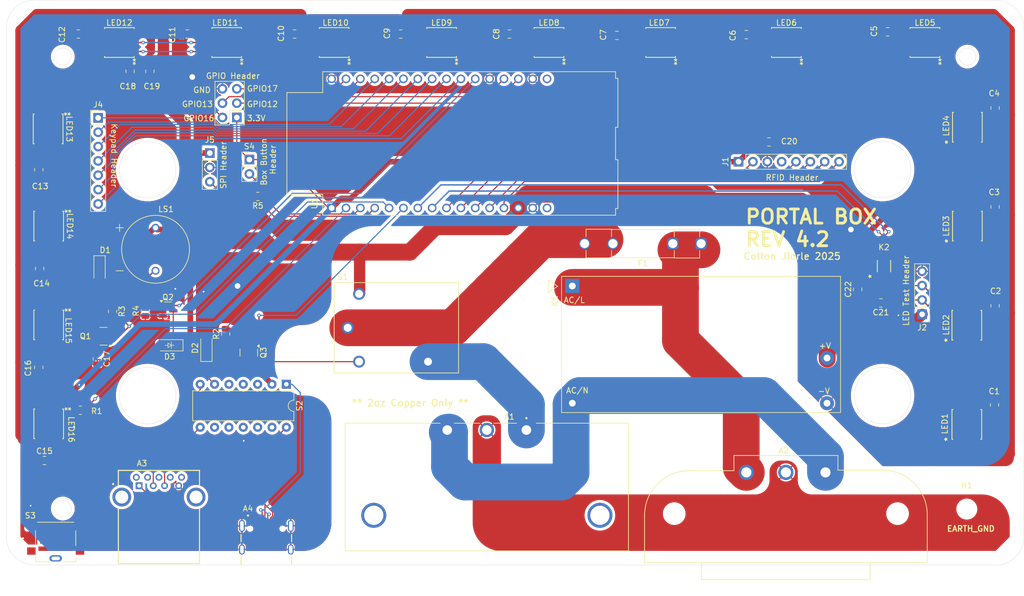
<source format=kicad_pcb>
(kicad_pcb (version 20240108) (generator "pcbnew") (generator_version "8.0")
  (layers (0 "F.Cu" signal "Top Layer") (31 "B.Cu" signal "Bottom Layer") (34 "B.Paste" user "Bottom Paste") (35 "F.Paste" user "Top Paste") (36 "B.SilkS" user "Bottom Overlay") (37 "F.SilkS" user "Top Overlay") (38 "B.Mask" user "Bottom Solder") (39 "F.Mask" user "Top Solder") (44 "Edge.Cuts" user))
  (net 0 "")
  (net 1 "/Earth_Gnd")
  (net 2 "/Recep_AC_L")
  (net 3 "Net-(F1-Pad2)")
  (net 4 "GND")
  (net 5 "/GPIO15")
  (net 6 "/GPIO5")
  (net 7 "/GPIO17")
  (net 8 "Net-(A3-VBUS)")
  (net 9 "/GPIO4")
  (net 10 "/GPIO19")
  (net 11 "/AC_L")
  (net 12 "/GPIO22")
  (net 13 "/GPIO21")
  (net 14 "/GPIO20")
  (net 15 "/GPIO18")
  (net 16 "/GPIO23")
  (net 17 "/AC_N")
  (net 18 "Net-(D1-A)")
  (net 19 "Net-(D2-A)")
  (net 21 "Net-(J1-Pin_8)")
  (net 23 "Net-(J1-Pin_6)")
  (net 24 "Net-(J1-Pin_5)")
  (net 25 "Net-(J1-Pin_7)")
  (net 26 "Net-(J1-Pin_2)")
  (net 27 "/D-_2")
  (net 28 "/D+_2")
  (net 29 "/D+_1")
  (net 30 "/5V")
  (net 31 "/D-_1")
  (net 32 "/3.3V")
  (net 33 "/Reset")
  (net 34 "/LED_clock")
  (net 35 "/LED_data")
  (net 36 "/GPIO16")
  (net 38 "/AC_Relay")
  (net 41 "/LED_data_5V")
  (net 42 "/LED_clock_5V")
  (net 43 "Net-(LED1-CO)")
  (net 44 "Net-(LED1-DO)")
  (net 45 "Net-(LED2-CO)")
  (net 46 "Net-(LED2-DO)")
  (net 47 "Net-(LED3-DO)")
  (net 48 "Net-(LED3-CO)")
  (net 49 "Net-(LED4-DO)")
  (net 50 "Net-(LED4-CO)")
  (net 51 "Net-(LED5-DO)")
  (net 52 "Net-(LED5-CO)")
  (net 53 "Net-(LED6-DO)")
  (net 54 "Net-(LED6-CO)")
  (net 55 "Net-(LED7-CO)")
  (net 56 "Net-(LED7-DO)")
  (net 57 "Net-(LED8-DO)")
  (net 58 "Net-(LED8-CO)")
  (net 59 "Net-(LED10-DI)")
  (net 60 "Net-(LED10-CI)")
  (net 61 "Net-(LED10-DO)")
  (net 62 "Net-(LED10-CO)")
  (net 63 "Net-(LED11-CO)")
  (net 64 "Net-(LED11-DO)")
  (net 65 "Net-(LED12-DO)")
  (net 66 "Net-(LED12-CO)")
  (net 67 "Net-(LED13-DO)")
  (net 68 "Net-(LED13-CO)")
  (net 69 "Net-(LED14-DO)")
  (net 70 "Net-(LED14-CO)")
  (net 73 "/Socket_Coil")
  (net 81 "/Buzzer")
  (net 82 "/USB_Relay")
  (net 83 "/GPIO13")
  (net 90 "Net-(LED15-CO)")
  (net 91 "Net-(LED15-DO)")
  (net 92 "/GPIO12")
  (footprint "Connector_PinHeader_2.54mm:PinHeader_1x02_P2.54mm_Vertical" (layer "F.Cu") (at 90.55299 69.6214)
    (property "Reference" "S4")
    (property "Value" "~")
  )
  (footprint "ECEG400:SK9822_ADA" (layer "F.Cu") (at 54.95299 64.1964 -90)
    (property "Reference" "LED13")
    (property "Value" "APA102")
  )
  (footprint "Capacitor_SMD:C_0805_2012Metric" (layer "F.Cu") (at 202.25299 94.9964 180)
    (property "Reference" "C21")
    (property "Value" "4.7u")
  )
  (footprint "ECEG400:SK9822_ADA" (layer "F.Cu") (at 217.55299 63.8964 90)
    (property "Reference" "LED4")
    (property "Value" "APA102" (hide yes))
  )
  (footprint "Package_DIP:DIP-14_W7.62mm" (layer "F.Cu") (at 97.09299 109.3964 -90)
    (property "Reference" "S2")
    (property "Value" "A 14-LC-TT")
  )
  (footprint "Resistor_SMD:R_0805_2012Metric" (layer "F.Cu") (at 72.15299 96.3964 90)
    (property "Reference" "R4")
    (property "Value" "10k")
  )
  (footprint "Resistor_SMD:R_0805_2012Metric" (layer "F.Cu") (at 86.35299 100.4964 90)
    (property "Reference" "R2")
    (property "Value" "10k")
  )
  (footprint "Capacitor_SMD:C_0805_2012Metric" (layer "F.Cu") (at 72.95409 54 -90)
    (property "Reference" "C19")
    (property "Value" "10u" (hide yes))
  )
  (footprint "Package_TO_SOT_SMD:SOT-23" (layer "F.Cu") (at 64.75299 100.8964 180)
    (property "Reference" "Q1")
    (property "Value" "NTR5103NT1G")
  )
  (footprint "ECEG400:SW_TL3336AF160Q" (layer "F.Cu") (at 56.29159 140.225 180)
    (property "Reference" "S3")
    (property "Value" "TL3336AF160Q")
  )
  (footprint "ECEG400:SK9822_ADA" (layer "F.Cu") (at 55.05299 81.3964 -90)
    (property "Reference" "LED14")
    (property "Value" "APA102")
  )
  (footprint "Capacitor_SMD:C_0805_2012Metric" (layer "F.Cu") (at 54.30299 122.8964)
    (property "Reference" "C15")
    (property "Value" "2.2u")
  )
  (footprint "ECEG400:SK9822_ADA" (layer "F.Cu") (at 86.55299 48.8964 180)
    (property "Reference" "LED11")
    (property "Value" "APA102")
  )
  (footprint "Capacitor_SMD:C_0805_2012Metric" (layer "F.Cu") (at 136.55299 47.3964 180)
    (property "Reference" "C8")
    (property "Value" "2.2u")
  )
  (footprint "ECEG400:SK9822_ADA" (layer "F.Cu") (at 105.55299 48.8964 180)
    (property "Reference" "LED10")
    (property "Value" "APA102" (hide yes))
  )
  (footprint "ECEG400:SK9822_ADA" (layer "F.Cu") (at 185.55299 48.8964 180)
    (property "Reference" "LED6")
    (property "Value" "APA102")
  )
  (footprint "Capacitor_SMD:C_0805_2012Metric" (layer "F.Cu") (at 63.65299 104.8964 -90)
    (property "Reference" "C17")
    (property "Value" "2.2u")
  )
  (footprint "Connector_PinHeader_2.54mm:PinHeader_1x04_P2.54mm_Vertical" (layer "F.Cu") (at 209.55299 97.0164 180)
    (property "Reference" "J2")
    (property "Value" "10082627-404HLF" (hide yes))
  )
  (footprint "Package_TO_SOT_SMD:SOT-23" (layer "F.Cu") (at 76.15299 96.3964)
    (property "Reference" "Q2")
    (property "Value" "NTR5103NT1G")
  )
  (footprint "Capacitor_SMD:C_0805_2012Metric" (layer "F.Cu") (at 198.15299 92.5964 90)
    (property "Reference" "C22")
    (property "Value" "4.7u")
  )
  (footprint "ECEG400:VSSOP8_SOT765-1_NEX" (layer "F.Cu") (at 202.80299 88.4712 90)
    (property "Reference" "K2")
    (property "Value" "74AXP2T45DCH" (hide yes))
  )
  (footprint "ECEG400:SK9822_ADA" (layer "F.Cu") (at 124.55299 48.8964 180)
    (property "Reference" "LED9")
    (property "Value" "APA102" (hide yes))
  )
  (footprint "ECEG400:Fuseholder_Clip-5x20mm_Schurter_CQM_Inline_P20.60x5.00mm_D1.60mm_Horizontal" (layer "F.Cu") (at 170.45409 84.5 180)
    (property "Reference" "F1")
    (property "Value" "Fuse")
  )
  (footprint "ECEG400:SK9822_ADA" (layer "F.Cu") (at 217.55299 81.3964 90)
    (property "Reference" "LED3")
    (property "Value" "APA102")
  )
  (footprint "Capacitor_SMD:C_0805_2012Metric" (layer "F.Cu") (at 155.55299 47.6464 180)
    (property "Reference" "C7")
    (property "Value" "2.2u")
  )
  (footprint "Diode_SMD:D_SOD-123" (layer "F.Cu") (at 76.45409 102.5 180)
    (property "Reference" "D3")
    (property "Value" "CFRM104-HF")
  )
  (footprint "Capacitor_SMD:C_0805_2012Metric" (layer "F.Cu") (at 98.55299 47.3964 180)
    (property "Reference" "C10")
    (property "Value" "2.2u" (hide yes))
  )
  (footprint "Connector_PinHeader_2.54mm:PinHeader_1x03_P2.54mm_Vertical" (layer "F.Cu") (at 83.55299 68.4714)
    (property "Reference" "J5")
    (property "Value" "Conn_01x03")
  )
  (footprint "ECEG400:GCT_USB4105-GF-A" (layer "F.Cu") (at 93.55299 138.6464)
    (property "Reference" "A4")
    (property "Value" "USB4105-GF-A")
  )
  (footprint "Capacitor_SMD:C_0805_2012Metric" (layer "F.Cu") (at 182.45409 66.5 180)
    (property "Reference" "C20")
    (property "Value" "4.7u")
  )
  (footprint "ECEG400:SK9822_ADA" (layer "F.Cu") (at 217.45409 98.9536 90)
    (property "Reference" "LED2")
    (property "Value" "APA102" (hide yes))
  )
  (footprint "Capacitor_SMD:C_0805_2012Metric" (layer "F.Cu") (at 203.45409 47 180)
    (property "Reference" "C5")
    (property "Value" "2.2u")
  )
  (footprint "Capacitor_SMD:C_0805_2012Metric" (layer "F.Cu") (at 222.45409 95.5 90)
    (property "Reference" "C2")
    (property "Value" "2.2u")
  )
  (footprint "ECEG400:SK9822_ADA" (layer "F.Cu") (at 55.05299 98.8964 -90)
    (property "Reference" "LED15")
    (property "Value" "APA102")
  )
  (footprint "ECEG400:SK9822_ADA" (layer "F.Cu") (at 143.55299 48.8964 180)
    (property "Reference" "LED8")
    (property "Value" "APA102")
  )
  (footprint "Resistor_SMD:R_0805_2012Metric" (layer "F.Cu") (at 92.05299 76.1464 180)
    (property "Reference" "R5")
    (property "Value" "10k")
  )
  (footprint "ECEG400:GCT_USB1135-15-9-L-B_REVA1" (layer "F.Cu") (at 74.55299 129.3664)
    (property "Reference" "A3")
    (property "Value" "USB1135-15-9-L-B" (hide yes))
  )
  (footprint "ECEG400:QUALTEK_703W-00_53" (layer "F.Cu") (at 185.45409 125 180)
    (property "Reference" "A2")
    (property "Value" "703W-00_53")
  )
  (footprint "ECEG400:SK9822_ADA" (layer "F.Cu") (at 163.30299 48.8964 180)
    (property "Reference" "LED7")
    (property "Value" "APA102")
  )
  (footprint "Capacitor_SMD:C_0805_2012Metric" (layer "F.Cu") (at 222.45409 60.5 90)
    (property "Reference" "C4")
    (property "Value" "2.2u")
  )
  (footprint "Capacitor_SMD:C_0805_2012Metric" (layer "F.Cu") (at 60.30299 47.3964 180)
    (property "Reference" "C12")
    (property "Value" "2.2u")
  )
  (footprint "Diode_SMD:D_SOD-123" (layer "F.Cu") (at 64.05299 89 -90)
    (property "Reference" "D1")
    (property "Value" "CFRM104-HF" (hide yes))
  )
  (footprint "Capacitor_SMD:C_0805_2012Metric" (layer "F.Cu") (at 222.45409 78 90)
    (property "Reference" "C3")
    (property "Value" "2.2u")
  )
  (footprint "Connector_PinHeader_2.54mm:PinHeader_2x03_P2.54mm_Vertical" (layer "F.Cu") (at 88.32799 62.1714 180)
    (property "Reference" "J3" (hide yes))
    (property "Value" "Conn_02x03_Odd_Even" (hide yes))
  )
  (footprint "ECEG400:SK9822_ADA" (layer "F.Cu") (at 210.05299 48.8964 180)
    (property "Reference" "LED5")
    (property "Value" "APA102" (hide yes))
  )
  (footprint "Capacitor_SMD:C_0805_2012Metric" (layer "F.Cu") (at 53.30299 106.3964 -90)
    (property "Reference" "C16")
    (property "Value" "2.2u")
  )
  (footprint "Capacitor_SMD:C_0805_2012Metric" (layer "F.Cu") (at 53.30299 71.3964 -90)
    (property "Reference" "C13")
    (property "Value" "2.2u")
  )
  (footprint "ECEG400:XDCR_AI-1223-TWT-3V-2-R" (layer "F.Cu") (at 73.95409 85.5)
    (property "Reference" "LS1")
    (property "Value" "AI-1223-TWT-3V-2-R")
  )
  (footprint "Capacitor_SMD:C_0805_2012Metric" (layer "F.Cu") (at 69.45409 54 -90)
    (property "Reference" "C18")
    (property "Value" "1u" (hide yes))
  )
  (footprint "ECEG400:SK9822_ADA" (layer "F.Cu") (at 55.05299 116.3964 -90)
    (property "Reference" "LED16")
    (property "Value" "APA102")
  )
  (footprint "Capacitor_SMD:C_0805_2012Metric" (layer "F.Cu") (at 79.55299 47.3964 180)
    (property "Reference" "C11")
    (property "Value" "2.2u" (hide yes))
  )
  (footprint "Package_TO_SOT_SMD:SOT-23" (layer "F.Cu") (at 90.45299 103.7964 -90)
    (property "Reference" "Q3")
    (property "Value" "NTR5103NT1G")
  )
  (footprint "Capacitor_SMD:C_0805_2012Metric" (layer "F.Cu") (at 222.35299 113.0464 90)
    (property "Reference" "C1")
    (property "Value" "2.2u")
  )
  (footprint "Resistor_SMD:R_0805_2012Metric" (layer "F.Cu") (at 60.65299 114 180)
    (property "Reference" "R1")
    (property "Value" "10k")
  )
  (footprint "Capacitor_SMD:C_0805_2012Metric" (layer "F.Cu") (at 53.45409 88.8964 -90)
    (property "Reference" "C14")
    (property "Value" "2.2u")
  )
  (footprint "MountingHole:MountingHole_3.2mm_M3" (layer "F.Cu") (at 217.45409 131.5)
    (property "Reference" "H1")
    (property "Value" "MountingHole_Pad")
  )
  (footprint "Connector_PinHeader_2.54mm:PinHeader_1x07_P2.54mm_Vertical" (layer "F.Cu") (at 63.80299 62.2364)
    (property "Reference" "J4")
    (property "Value" "Conn_01x07")
  )
  (footprint "Resistor_SMD:R_0805_2012Metric" (layer "F.Cu") (at 66.35299 96.4964 -90)
    (property "Reference" "R3")
    (property "Value" "10k")
  )
  (footprint "Diode_SMD:D_SOD-123" (layer "F.Cu") (at 82.95409 103 90)
    (property "Reference" "D2")
    (property "Value" "CFRM104-HF")
  )
  (footprint "ECEG400:BULGIN_PX0675_PC" (layer "F.Cu") (at 132.55299 130.3964 -90)
    (property "Reference" "A1")
    (property "Value" "PX0675/PC")
  )
  (footprint "ECEG400:RELAY_PR28-5V-360-1A-E" (layer "F.Cu") (at 116.05299 99.3964)
    (property "Reference" "S1")
    (property "Value" "PR28-5V-360-1A-E")
  )
  (footprint "ECEG400:SK9822_ADA" (layer "F.Cu") (at 67.55299 48.8964 180)
    (property "Reference" "LED12")
    (property "Value" "APA102" (hide yes))
  )
  (footprint "Capacitor_SMD:C_0805_2012Metric" (layer "F.Cu") (at 178.45409 47.5 180)
    (property "Reference" "C6")
    (property "Value" "2.2u")
  )
  (footprint "ECEG400:MODULE_ESP32-C6-DEVKITC-1-N8" (layer "F.Cu") (at 129.42909 66.7625 90)
    (property "Reference" "U1")
    (property "Value" "ESP32-C6-DEVKITC-1-N8")
  )
  (footprint "Capacitor_SMD:C_0805_2012Metric" (layer "F.Cu") (at 117.30299 47.3964 180)
    (property "Reference" "C9")
    (property "Value" "2.2u")
  )
  (footprint "Converter_ACDC:Converter_ACDC_MeanWell_MFM-15-xx_THT" (layer "F.Cu") (at 147.67159 92)
    (property "Reference" "K1")
    (property "Value" "MFM-20-5")
  )
  (footprint "Connector_PinHeader_2.54mm:PinHeader_1x08_P2.54mm_Vertical" (layer "F.Cu") (at 177.07909 70 90)
    (property "Reference" "J1")
    (property "Value" "66100811622")
  )
  (footprint "ECEG400:SK9822_ADA" (layer "F.Cu") (at 217.45409 116.5 90)
    (property "Reference" "LED1")
    (property "Value" "APA102")
  )
  (gr_arc (start 52.55299 141.3964) (mid 49.017463 139.93193) (end 47.55299 136.3964) (stroke (width 0.05)) (layer "Edge.Cuts"))
  (gr_line (start 222.55299 141.3964) (end 52.55299 141.3964) (stroke (width 0.05)) (layer "Edge.Cuts"))
  (gr_circle (center 72.55299 111.3964) (end 72.55299 106.3964) (stroke (width 0.05)) (fill none) (layer "Edge.Cuts"))
  (gr_circle (center 72.55299 71.3964) (end 72.55299 66.3964) (stroke (width 0.05)) (fill none) (layer "Edge.Cuts"))
  (gr_circle (center 217.55299 51.3964) (end 217.55299 49.8964) (stroke (width 0.05)) (fill none) (layer "Edge.Cuts"))
  (gr_circle (center 57.55299 131.3964) (end 57.55299 129.8964) (stroke (width 0.05)) (fill none) (layer "Edge.Cuts"))
  (gr_line (start 52.55299 41.3964) (end 222.55299 41.3964) (stroke (width 0.05)) (layer "Edge.Cuts"))
  (gr_arc (start 47.55299 46.3964) (mid 49.017456 42.860866) (end 52.55299 41.3964) (stroke (width 0.05)) (layer "Edge.Cuts"))
  (gr_line (start 47.55299 136.3964) (end 47.55299 46.3964) (stroke (width 0.05)) (layer "Edge.Cuts"))
  (gr_arc (start 222.55299 41.3964) (mid 226.08853 42.860863) (end 227.55299 46.3964) (stroke (width 0.05)) (layer "Edge.Cuts"))
  (gr_circle (center 57.55299 51.3964) (end 57.55299 49.8964) (stroke (width 0.05)) (fill none) (layer "Edge.Cuts"))
  (gr_circle (center 202.55299 111.3964) (end 202.55299 106.3964) (stroke (width 0.05)) (fill none) (layer "Edge.Cuts"))
  (gr_circle (center 202.55299 71.3964) (end 202.55299 66.3964) (stroke (width 0.05)) (fill none) (layer "Edge.Cuts"))
  (gr_arc (start 227.55299 136.3964) (mid 226.088524 139.931934) (end 222.55299 141.3964) (stroke (width 0.05)) (layer "Edge.Cuts"))
  (gr_line (start 227.55299 46.3964) (end 227.55299 136.3964) (stroke (width 0.05)) (layer "Edge.Cuts"))
  (gr_text "Keypad Header" (at 66.05299 63.1464 270) (layer "F.SilkS") (effects (font (size 1 1)) (justify left bottom)))
  (gr_text "GND" (at 80.55299 57.8964 0) (layer "F.SilkS") (effects (font (size 1 1)) (justify left bottom)))
  (gr_text "EARTH_GND" (at 213.85299 135.55229 0) (layer "F.SilkS") (effects (font (size 1 1) (thickness 0.2)) (justify left bottom)))
  (gr_text "LED Test Header" (at 207.30299 99.1464 90) (layer "F.SilkS") (effects (font (size 1 1)) (justify left bottom)))
  (gr_text "Colton Jiorle 2025" (at 177.85299 87.4434 0) (layer "F.SilkS") (effects (font (size 1.2 1.2) (thickness 0.2)) (justify left bottom)))
  (gr_text "GPIO17" (at 90.05299 57.6464 0) (layer "F.SilkS") (effects (font (size 1 1)) (justify left bottom)))
  (gr_text "Box Button \nHeader" (at 95.30299 69.6464 90) (layer "F.SilkS") (effects (font (size 1 1)) (justify bottom)))
  (gr_text "REV 4.2" (at 178.05299 85.20265 0) (layer "F.SilkS") (effects (font (size 2.5 2.5) (thickness 0.5)) (justify left bottom)))
  (gr_text "GPIO16" (at 78.80299 62.8964 0) (layer "F.SilkS") (effects (font (size 1 1)) (justify left bottom)))
  (gr_text "** 2oz Copper Only **" (at 108.55299 113.3964 0) (layer "F.SilkS") (effects (font (size 1.2 1.2) (thickness 0.2)) (justify left bottom)))
  (gr_text "RFID Header" (at 181.80299 73.3964 0) (layer "F.SilkS") (effects (font (size 1 1)) (justify left bottom)))
  (gr_text "GPIO12" (at 90.05299 60.3964 0) (layer "F.SilkS") (effects (font (size 1 1)) (justify left bottom)))
  (gr_text "3.3V" (at 90.05299 62.8964 0) (layer "F.SilkS") (effects (font (size 1 1)) (justify left bottom)))
  (gr_text "PORTAL BOX" (at 178.05299 81.20265 0) (layer "F.SilkS") (effects (font (size 2.5 2.5) (thickness 0.5)) (justify left bottom)))
  (gr_text "GPIO13" (at 78.55299 60.3964 0) (layer "F.SilkS") (effects (font (size 1 1)) (justify left bottom)))
  (gr_text "SPI Header" (at 86.55299 74.8964 90) (layer "F.SilkS") (effects (font (size 1 1)) (justify left bottom)))
  (gr_text "GPIO Header" (at 82.80299 55.3964 0) (layer "F.SilkS") (effects (font (size 1 1)) (justify left bottom)))
  (segment (start 131.95049 105.3964) (end 122.15299 105.3964) (width 6.5) (layer "B.Cu") (net 2))
  (segment (start 139.55299 112.9989) (end 131.95049 105.3964) (width 6.5) (layer "B.Cu") (net 2))
  (segment (start 139.55299 117.4964) (end 139.55299 112.9989) (width 6.5) (layer "B.Cu") (net 2))
  (segment (start 142.1606 83.7964) (end 153.45299 83.7964) (width 6.5) (layer "F.Cu") (net 3))
  (segment (start 107.95299 99.3964) (end 126.5606 99.3964) (width 6.5) (layer "F.Cu") (net 3))
  (segment (start 126.5606 99.3964) (end 142.1606 83.7964) (width 6.5) (layer "F.Cu") (net 3))
  (segment (start 203.552991 88.3964) (end 203.552991 86.8964) (width 0.2) (layer "F.Cu") (net 4))
  (segment (start 203.552991 90.046) (end 203.552991 88.3964) (width 0.2) (layer "F.Cu") (net 4))
  (segment (start 89.30299 131.8964) (end 87.80299 131.8964) (width 0.2) (layer "F.Cu") (net 4))
  (segment (start 90.35299 133.8914) (end 90.35299 132.9464) (width 0.2) (layer "F.Cu") (net 4))
  (segment (start 74.61919 97.51765) (end 74.79044 97.3464) (width 0.254) (layer "F.Cu") (net 4))
  (segment (start 90.35299 132.9464) (end 89.30299 131.8964) (width 0.2) (layer "F.Cu") (net 4))
  (segment (start 96.75299 133.8914) (end 96.75299 132.9464) (width 0.2) (layer "F.Cu") (net 4))
  (segment (start 96.75299 132.9464) (end 98.30299 131.3964) (width 0.2) (layer "F.Cu") (net 4))
  (segment (start 74.79044 97.3464) (end 75.09299 97.3464) (width 0.254) (layer "F.Cu") (net 4))
  (via (at 51.85299 130.8964) (size 0.6) (drill 0.3) (layers "F.Cu" "B.Cu") (net 4))
  (via (at 59.55299 116.8964) (size 0.6) (drill 0.3) (layers "F.Cu" "B.Cu") (net 4))
  (via (at 82.45409 93) (size 0.6) (drill 0.3) (layers "F.Cu" "B.Cu") (net 4))
  (via (at 77.45409 92.5) (size 0.6) (drill 0.3) (layers "F.Cu" "B.Cu") (net 4))
  (via (at 205.35299 97.1964) (size 0.6) (drill 0.3) (layers "F.Cu" "B.Cu") (net 4))
  (via (at 80.45409 55) (size 1.5) (drill 1) (layers "F.Cu" "B.Cu") (net 4))
  (via (at 196.95409 82) (size 1.5) (drill 1) (layers "F.Cu" "B.Cu") (net 4))
  (via (at 88.45409 92) (size 1.5) (drill 1) (layers "F.Cu" "B.Cu") (net 4))
  (via (at 89.55299 119.3964) (size 0.6) (drill 0.3) (layers "F.Cu" "B.Cu") (net 4))
  (segment (start 84.226644 62.2364) (end 85.386644 63.3964) (width 0.2) (layer "B.Cu") (net 5))
  (segment (start 85.386644 63.3964) (end 104.66019 63.3964) (width 0.2) (layer "B.Cu") (net 5))
  (segment (start 63.80299 62.2364) (end 84.226644 62.2364) (width 0.2) (layer "B.Cu") (net 5))
  (segment (start 104.66019 63.3964) (end 112.72409 55.3325) (width 0.2) (layer "B.Cu") (net 5))
  (segment (start 112.72409 78.1925) (end 111.26209 79.6545) (width 0.2) (layer "F.Cu") (net 6))
  (segment (start 111.26209 79.6545) (end 94.85609 79.6545) (width 0.2) (layer "F.Cu") (net 6))
  (segment (start 94.85609 79.6545) (end 93.27299 78.0714) (width 0.2) (layer "F.Cu") (net 6))
  (segment (start 87.55299 78.0714) (end 87.55299 77.5514) (width 0.2) (layer "F.Cu") (net 6))
  (segment (start 93.27299 78.0714) (end 87.55299 78.0714) (width 0.2) (layer "F.Cu") (net 6))
  (segment (start 87.55299 77.5514) (end 83.55299 73.5514) (width 0.2) (layer "F.Cu") (net 6))
  (segment (start 108.42519 57.0914) (end 110.18409 55.3325) (width 0.2) (layer "F.Cu") (net 7))
  (segment (start 88.32799 57.0914) (end 108.42519 57.0914) (width 0.2) (layer "F.Cu") (net 7))
  (segment (start 94.55299 135.8964) (end 92.55299 135.8964) (width 0.2) (layer "F.Cu") (net 8))
  (segment (start 92.55299 135.8964) (end 91.15299 134.4964) (width 0.2) (layer "F.Cu") (net 8))
  (segment (start 89.15299 130.9964) (end 85.20299 130.9964) (width 0.2) (layer "F.Cu") (net 8))
  (segment (start 91.15299 133.8914) (end 91.15299 132.9964) (width 0.2) (layer "F.Cu") (net 8))
  (segment (start 91.15299 132.9964) (end 89.15299 130.9964) (width 0.2) (layer "F.Cu") (net 8))
  (segment (start 82.55299 133.6464) (end 77.33299 133.6464) (width 0.2) (layer "F.Cu") (net 8))
  (segment (start 85.20299 130.9964) (end 82.55299 133.6464) (width 0.2) (layer "F.Cu") (net 8))
  (segment (start 91.15299 134.4964) (end 91.15299 133.8914) (width 0.2) (layer "F.Cu") (net 8))
  (segment (start 77.33299 133.6464) (end 71.05299 127.3664) (width 0.2) (layer "F.Cu") (net 8))
  (segment (start 95.95299 133.8914) (end 95.95299 134.4964) (width 0.2) (layer "F.Cu") (net 8))
  (segment (start 95.95299 134.4964) (end 94.55299 135.8964) (width 0.2) (layer "F.Cu") (net 8))
  (segment (start 92.96549 74.5739) (end 92.96549 76.1464) (width 0.2) (layer "F.Cu") (net 9))
  (segment (start 90.55299 72.1614) (end 92.96549 74.5739) (width 0.2) (layer "F.Cu") (net 9))
  (segment (start 109.12209 79.2545) (end 96.019744 79.2545) (width 0.2) (layer "F.Cu") (net 9))
  (segment (start 110.18409 78.1925) (end 109.12209 79.2545) (width 0.2) (layer "F.Cu") (net 9))
  (segment (start 96.019744 79.200654) (end 92.96549 76.1464) (width 0.2) (layer "F.Cu") (net 9))
  (segment (start 96.019744 79.2545) (end 96.019744 79.200654) (width 0.2) (layer "F.Cu") (net 9))
  (segment (start 70.3949 64.8964) (end 84.058214 64.8964) (width 0.2) (layer "B.Cu") (net 10))
  (segment (start 63.80299 74.9764) (end 66.42599 72.3534) (width 0.2) (layer "B.Cu") (net 10))
  (segment (start 84.558214 65.3964) (end 115.36019 65.3964) (width 0.2) (layer "B.Cu") (net 10))
  (segment (start 66.42599 68.86531) (end 70.3949 64.8964) (width 0.2) (layer "B.Cu") (net 10))
  (segment (start 84.058214 64.8964) (end 84.558214 65.3964) (width 0.2) (layer "B.Cu") (net 10))
  (segment (start 66.42599 72.3534) (end 66.42599 68.86531) (width 0.2) (layer "B.Cu") (net 10))
  (segment (start 115.36019 65.3964) (end 125.42409 55.3325) (width 0.2) (layer "B.Cu") (net 10))
  (segment (start 147.70299 92.2464) (end 166.80299 92.2464) (width 6.5) (layer "F.Cu") (net 11))
  (segment (start 166.00299 85.5964) (end 170.60299 85.5964) (width 6.5) (layer "F.Cu") (net 11))
  (segment (start 178.45409 125) (end 177.55299 124.0989) (width 6.5) (layer "F.Cu") (net 11))
  (segment (start 166.80299 92.2464) (end 166.80299 86.3964) (width 6.5) (layer "F.Cu") (net 11))
  (segment (start 166.80299 101.6464) (end 166.80299 92.2464) (width 6.5) (layer "F.Cu") (net 11))
  (segment (start 177.55299 124.0989) (end 177.55299 112.3964) (width 6.5) (layer "F.Cu") (net 11))
  (segment (start 177.55299 112.3964) (end 166.80299 101.6464) (width 6.5) (layer "F.Cu") (net 11))
  (segment (start 108.94019 64.1964) (end 117.80409 55.3325) (width 0.2) (layer "B.Cu") (net 12))
  (segment (start 84.255272 63.3964) (end 85.055272 64.1964) (width 0.2) (layer "B.Cu") (net 12))
  (segment (start 63.80299 67.3564) (end 67.76299 63.3964) (width 0.2) (layer "B.Cu") (net 12))
  (segment (start 67.76299 63.3964) (end 84.255272 63.3964) (width 0.2) (layer "B.Cu") (net 12))
  (segment (start 85.055272 64.1964) (end 108.94019 64.1964) (width 0.2) (layer "B.Cu") (net 12))
  (segment (start 111.08019 64.5964) (end 120.34409 55.3325) (width 0.2) (layer "B.Cu") (net 13))
  (segment (start 84.189586 63.8964) (end 84.889586 64.5964) (width 0.2) (layer "B.Cu") (net 13))
  (segment (start 63.80299 69.8964) (end 69.80299 63.8964) (width 0.2) (layer "B.Cu") (net 13))
  (segment (start 69.80299 63.8964) (end 84.189586 63.8964) (width 0.2) (layer "B.Cu") (net 13))
  (segment (start 84.889586 64.5964) (end 111.08019 64.5964) (width 0.2) (layer "B.Cu") (net 13))
  (segment (start 84.1239 64.3964) (end 84.7239 64.9964) (width 0.2) (layer "B.Cu") (net 14))
  (segment (start 70.329215 64.3964) (end 84.1239 64.3964) (width 0.2) (layer "B.Cu") (net 14))
  (segment (start 84.7239 64.9964) (end 113.22019 64.9964) (width 0.2) (layer "B.Cu") (net 14))
  (segment (start 66.02599 70.2134) (end 66.02599 68.699625) (width 0.2) (layer "B.Cu") (net 14))
  (segment (start 63.80299 72.4364) (end 66.02599 70.2134) (width 0.2) (layer "B.Cu") (net 14))
  (segment (start 66.02599 68.699625) (end 70.329215 64.3964) (width 0.2) (layer "B.Cu") (net 14))
  (segment (start 113.22019 64.9964) (end 122.88409 55.3325) (width 0.2) (layer "B.Cu") (net 14))
  (segment (start 70.460586 65.3964) (end 83.992528 65.3964) (width 0.2) (layer "B.Cu") (net 15))
  (segment (start 84.492528 65.8964) (end 117.40019 65.8964) (width 0.2) (layer "B.Cu") (net 15))
  (segment (start 66.82599 74.4934) (end 66.82599 69.030996) (width 0.2) (layer "B.Cu") (net 15))
  (segment (start 117.40019 65.8964) (end 127.96409 55.3325) (width 0.2) (layer "B.Cu") (net 15))
  (segment (start 83.992528 65.3964) (end 84.492528 65.8964) (width 0.2) (layer "B.Cu") (net 15))
  (segment (start 66.82599 69.030996) (end 70.460586 65.3964) (width 0.2) (layer "B.Cu") (net 15))
  (segment (start 63.80299 77.5164) (end 66.82599 74.4934) (width 0.2) (layer "B.Cu") (net 15))
  (segment (start 84.420958 62.9964) (end 65.62299 62.9964) (width 0.2) (layer "B.Cu") (net 16))
  (segment (start 65.62299 62.9964) (end 63.80299 64.8164) (width 0.2) (layer "B.Cu") (net 16))
  (segment (start 115.26409 55.3325) (end 106.80019 63.7964) (width 0.2) (layer "B.Cu") (net 16))
  (segment (start 106.80019 63.7964) (end 85.220958 63.7964) (width 0.2) (layer "B.Cu") (net 16))
  (segment (start 85.220958 63.7964) (end 84.420958 62.9964) (width 0.2) (layer "B.Cu") (net 16))
  (segment (start 147.45409 124.98769) (end 145.74538 126.6964) (width 6.5) (layer "B.Cu") (net 17))
  (segment (start 125.95409 117.8975) (end 125.95299 117.8964) (width 6.5) (layer "B.Cu") (net 17))
  (segment (start 125.95299 117.8964) (end 125.55299 117.8964) (width 6.5) (layer "B.Cu") (net 17))
  (segment (start 125.95409 124) (end 125.95409 117.8975) (width 6.5) (layer "B.Cu") (net 17))
  (segment (start 147.67159 112.75) (end 149.02519 111.3964) (width 6.5) (layer "B.Cu") (net 17))
  (segment (start 192.45409 122.2975) (end 192.45409 125) (width 6.5) (layer "B.Cu") (net 17))
  (segment (start 149.02519 111.3964) (end 181.55299 111.3964) (width 6.5) (layer "B.Cu") (net 17))
  (segment (start 128.65049 126.6964) (end 125.95409 124) (width 6.5) (layer "B.Cu") (net 17))
  (segment (start 145.74538 126.6964) (end 128.65049 126.6964) (width 6.5) (layer "B.Cu") (net 17))
  (segment (start 181.55299 111.3964) (end 192.45409 122.2975) (width 6.5) (layer "B.Cu") (net 17))
  (segment (start 147.67159 112.75) (end 147.45409 112.9675) (width 6.5) (layer "B.Cu") (net 17))
  (segment (start 147.45409 112.9675) (end 147.45409 124.98769) (width 6.5) (layer "B.Cu") (net 17))
  (segment (start 63.69299 91.01) (end 64.00659 90.6964) (width 0.254) (layer "F.Cu") (net 18))
  (segment (start 72.35299 90.6964) (end 73.85299 89.1964) (width 0.254) (layer "F.Cu") (net 18))
  (segment (start 64.00659 90.6964) (end 72.35299 90.6964) (width 0.254) (layer "F.Cu") (net 18))
  (segment (start 63.65299 103.9464) (end 63.69299 103.9064) (width 0.254) (layer "F.Cu") (net 18))
  (segment (start 63.69299 103.9064) (end 63.69299 91.01) (width 0.254) (layer "F.Cu") (net 18))
  (segment (start 92.83299 105.3964) (end 109.95299 105.3964) (width 0.2) (layer "F.Cu") (net 19))
  (segment (start 82.75299 101.4964) (end 83.05299 101.4964) (width 0.254) (layer "F.Cu") (net 19))
  (segment (start 83.05299 101.4964) (end 86.41299 104.8564) (width 0.254) (layer "F.Cu") (net 19))
  (segment (start 92.29299 104.8564) (end 92.83299 105.3964) (width 0.2) (layer "F.Cu") (net 19))
  (segment (start 86.41299 104.8564) (end 92.29299 104.8564) (width 0.254) (layer "F.Cu") (net 19))
  (segment (start 191.35909 73.5) (end 194.85909 70) (width 0.2) (layer "F.Cu") (net 21))
  (segment (start 135.58409 77.11487) (end 139.19896 73.5) (width 0.2) (layer "F.Cu") (net 21))
  (segment (start 135.58409 78.1925) (end 135.58409 77.11487) (width 0.2) (layer "F.Cu") (net 21))
  (segment (start 139.19896 73.5) (end 191.35909 73.5) (width 0.2) (layer "F.Cu") (net 21))
  (segment (start 187.07909 72.7) (end 135.99659 72.7) (width 0.2) (layer "F.Cu") (net 23))
  (segment (start 189.77909 70) (end 187.07909 72.7) (width 0.2) (layer "F.Cu") (net 23))
  (segment (start 135.99659 72.7) (end 130.50409 78.1925) (width 0.2) (layer "F.Cu") (net 23))
  (segment (start 127.96409 78.1925) (end 133.85659 72.3) (width 0.2) (layer "F.Cu") (net 24))
  (segment (start 133.85659 72.3) (end 184.93909 72.3) (width 0.2) (layer "F.Cu") (net 24))
  (segment (start 184.93909 72.3) (end 187.23909 70) (width 0.2) (layer "F.Cu") (net 24))
  (segment (start 189.21909 73.1) (end 138.13659 73.1) (width 0.2) (layer "F.Cu") (net 25))
  (segment (start 138.13659 73.1) (end 133.04409 78.1925) (width 0.2) (layer "F.Cu") (net 25))
  (segment (start 192.31909 70) (end 189.21909 73.1) (width 0.2) (layer "F.Cu") (net 25))
  (segment (start 125.42409 78.1925) (end 131.71659 71.9) (width 0.2) (layer "F.Cu") (net 26))
  (segment (start 177.71909 71.9) (end 179.61909 70) (width 0.2) (layer "F.Cu") (net 26))
  (segment (start 131.71659 71.9) (end 177.71909 71.9) (width 0.2) (layer "F.Cu") (net 26))
  (segment (start 94.05299 132.3964) (end 93.80299 132.6464) (width 0.2) (layer "F.Cu") (net 27))
  (segment (start 92.55299 131.6464) (end 92.80299 131.8964) (width 0.2) (layer "F.Cu") (net 27))
  (segment (start 93.80299 132.6464) (end 93.80299 133.8914) (width 0.2) (layer "F.Cu") (net 27))
  (segment (start 92.80299 131.8964) (end 92.80299 133.8914) (width 0.2) (layer "F.Cu") (net 27))
  (via (at 92.55299 131.6464) (size 0.6) (drill 0.3) (layers "F.Cu" "B.Cu") (net 27))
  (via (at 94.05299 132.3964) (size 0.6) (drill 0.3) (layers "F.Cu" "B.Cu") (net 27))
  (segment (start 93.05299 131.6464) (end 99.55299 125.1464) (width 0.2) (layer "B.Cu") (net 27))
  (segment (start 93.05299 131.6464) (end 93.80299 132.3964) (width 0.2) (layer "B.Cu") (net 27))
  (segment (start 99.55299 125.1464) (end 99.55299 110.8564) (width 0.2) (layer "B.Cu") (net 27))
  (segment (start 98.09299 109.3964) (end 97.09299 109.3964) (width 0.2) (layer "B.Cu") (net 27))
  (segment (start 93.80299 132.3964) (end 94.05299 132.3964) (width 0.2) (layer "B.Cu") (net 27))
  (segment (start 92.55299 131.6464) (end 93.05299 131.6464) (width 0.2) (layer "B.Cu") (net 27))
  (segment (start 99.55299 110.8564) (end 98.09299 109.3964) (width 0.2) (layer "B.Cu") (net 27))
  (segment (start 93.30299 130.6464) (end 93.30299 120.8064) (width 0.2) (layer "F.Cu") (net 28))
  (segment (start 94.65299 132.7164) (end 94.65299 131.9964) (width 0.2) (layer "F.Cu") (net 28))
  (segment (start 93.30299 133.8914) (end 93.30299 130.6464) (width 0.2) (layer "F.Cu") (net 28))
  (segment (start 94.65299 131.9964) (end 93.30299 130.6464) (width 0.2) (layer "F.Cu") (net 28))
  (segment (start 93.30299 120.8064) (end 97.09299 117.0164) (width 0.2) (layer "F.Cu") (net 28))
  (segment (start 94.30299 133.8914) (end 94.30299 133.0664) (width 0.2) (layer "F.Cu") (net 28))
  (segment (start 94.30299 133.0664) (end 94.65299 132.7164) (width 0.2) (layer "F.Cu") (net 28))
  (segment (start 75.55299 127.3664) (end 75.55299 123.3164) (width 0.2) (layer "F.Cu") (net 29))
  (segment (start 75.55299 123.3164) (end 81.85299 117.0164) (width 0.2) (layer "F.Cu") (net 29))
  (segment (start 224.95299 96.7964) (end 224.95299 79.3964) (width 2) (layer "F.Cu") (net 30))
  (segment (start 222.1122 43.95561) (end 224.95299 46.7964) (width 2) (layer "F.Cu") (net 30))
  (segment (start 135.89422 81.5) (end 138.12409 79.27013) (width 3) (layer "F.Cu") (net 30))
  (segment (start 79.75299 43.95561) (end 80.50299 44.70561) (width 1) (layer "F.Cu") (net 30))
  (segment (start 201.05299 98.6964) (end 204.50299 102.1464) (width 3) (layer "F.Cu") (net 30))
  (segment (start 172.75291 76.99632) (end 172.75299 76.9964) (width 1) (layer "F.Cu") (net 30))
  (segment (start 110.05299 86) (end 110.05299 93.2964) (width 2) (layer "F.Cu") (net 30))
  (segment (start 77.95299 102.4964) (end 80.15299 102.4964) (width 1) (layer "F.Cu") (net 30))
  (segment (start 224.80299 79.2464) (end 224.95299 79.3964) (width 0.254) (layer "F.Cu") (net 30))
  (segment (start 80.10299 102.4464) (end 80.10299 89.3464) (width 1) (layer "F.Cu") (net 30))
  (segment (start 204.50299 102.0664) (end 209.55299 97.0164) (width 2) (layer "F.Cu") (net 30))
  (segment (start 192.75299 98.6964) (end 201.05299 98.6964) (width 3) (layer "F.Cu") (net 30))
  (segment (start 137.50299 44.00561) (end 137.55299 43.95561) (width 0.254) (layer "F.Cu") (net 30))
  (segment (start 83.05299 105.0964) (end 82.45299 105.0964) (width 1) (layer "F.Cu") (net 30))
  (segment (start 53.45299 122.6464) (end 53.45299 118.5464) (width 1) (layer "F.Cu") (net 30))
  (segment (start 61.50299 47.2964) (end 61.50299 44.60561) (width 1) (layer "F.Cu") (net 30))
  (segment (start 207.60659 47) (end 207.90299 47.2964) (width 1) (layer "F.Cu") (net 30))
  (segment (start 53.45299 70.4464) (end 53.45299 66.0464) (width 1) (layer "F.Cu") (net 30))
  (segment (start 83.55299 68.4714) (end 79.25499 68.4714) (width 1) (layer "F.Cu") (net 30))
  (segment (start 84.45409 84) (end 82.45409 82) (width 3) (layer "F.Cu") (net 30))
  (segment (start 137.50299 47.2964) (end 141.40299 47.2964) (width 1) (layer "F.Cu") (net 30))
  (segment (start 138.12409 79.27013) (end 138.12409 78.1925) (width 3) (layer "F.Cu") (net 30))
  (segment (start 53.50299 87.9964) (end 53.55299 87.9964) (width 1) (layer "F.Cu") (net 30))
  (segment (start 75.20769 50.7964) (end 72.95409 53.05) (width 1) (layer "F.Cu") (net 30))
  (segment (start 118.50299 47.2964) (end 122.40299 47.2964) (width 1) (layer "F.Cu") (net 30))
  (segment (start 50.20299 105.4464) (end 53.50299 105.4464) (width 1) (layer "F.Cu") (net 30))
  (segment (start 50.15299 105.4964) (end 50.15299 88.1964) (width 2) (layer "F.Cu") (net 30))
  (segment (start 82.45409 86.9953) (end 82.45409 82) (width 1) (layer "F.Cu") (net 30))
  (segment (start 224.95409 121.72373) (end 224.95409 111.5) (width 0.2) (layer "F.Cu") (net 30))
  (segment (start 50.15299 88.1964) (end 50.15299 70.5964) (width 2) (layer "F.Cu") (net 30))
  (segment (start 104.95409 86) (end 95.121414 86) (width 3) (layer "F.Cu") (net 30))
  (segment (start 74.25409 82) (end 73.95409 81.7) (width 1) (layer "F.Cu") (net 30))
  (segment (start 80.10299 89.3464) (end 82.45409 86.9953) (width 1) (layer "F.Cu") (net 30))
  (segment (start 137.55299 43.95561) (end 156.55299 43.95561) (width 2) (layer "F.Cu") (net 30))
  (segment (start 172.45769 76.9964) (end 171.19179 75.7305) (width 3) (layer "F.Cu") (net 30))
  (segment (start 82.20299 104.8464) (end 82.20299 104.5464) (width 1) (layer "F.Cu") (net 30))
  (segment (start 118.95409 86) (end 123.45409 81.5) (width 3) (layer "F.Cu") (net 30))
  (segment (start 53.60299 122.8964) (end 53.60299 122.7964) (width 1) (layer "F.Cu") (net 30))
  (segment (start 79.75299 43.95561) (end 99.65299 43.95561) (width 2) (layer "F.Cu") (net 30))
  (segment (start 204.70299 47.1964) (end 204.80299 47.2964) (width 0.254) (layer "F.Cu") (net 30))
  (segment (start 224.95299 61.6964) (end 224.95299 46.7964) (width 2) (layer "F.Cu") (net 30))
  (segment (start 222.35299 61.7464) (end 224.90299 61.7464) (width 1) (layer "F.Cu") (net 30))
  (segment (start 79.17999 63.2259) (end 75.35299 59.3989) (width 2) (layer "F.Cu") (net 30))
  (segment (start 207.95409 43.95561) (end 222.1122 43.95561) (width 2) (layer "F.Cu") (net 30))
  (segment (start 179.40299 47.3964) (end 179.40299 44.10561) (width 1) (layer "F.Cu") (net 30))
  (segment (start 139.644296 75.7305) (end 138.12409 77.250706) (width 3) (layer "F.Cu") (net 30))
  (segment (start 75.35299 50.7964) (end 75.35299 43.95561) (width 2) (layer "F.Cu") (net 30))
  (segment (start 138.12409 77.250706) (end 138.12409 78.1925) (width 3) (layer "F.Cu") (net 30))
  (segment (start 188.15299 76.9964) (end 192.75299 81.5964) (width 3) (layer "F.Cu") (net 30))
  (segment (start 79.25499 68.4714) (end 79.17999 68.3964) (width 1) (layer "F.Cu") (net 30))
  (segment (start 62.15299 43.95561) (end 75.35299 43.95561) (width 2) (layer "F.Cu") (net 30))
  (segment (start 118.50299 47.2964) (end 118.50299 44.00561) (width 1) (layer "F.Cu") (net 30))
  (segment (start 172.75299 76.9964) (end 188.15299 76.9964) (width 3) (layer "F.Cu") (net 30))
  (segment (start 207.85659 105.5) (end 207.95409 105.5) (width 3) (layer "F.Cu") (net 30))
  (segment (start 92.15659 107) (end 84.95659 107) (width 1) (layer "F.Cu") (net 30))
  (segment (start 212.21035 122.3964) (end 224.28142 122.3964) (width 3) (layer "F.Cu") (net 30))
  (segment (start 224.95409 121.72373) (end 224.95409 96.7975) (width 2) (layer "F.Cu") (net 30))
  (segment (start 207.95409 43.95561) (end 207.95409 47.2453) (width 1) (layer "F.Cu") (net 30))
  (segment (start 224.90299 96.7464) (end 224.95299 96.7964) (width 1) (layer "F.Cu") (net 30))
  (segment (start 50.15299 46.7964) (end 52.99378 43.95561) (width 2) (layer "F.Cu") (net 30))
  (segment (start 156.50299 47.2964) (end 160.40299 47.2964) (width 1) (layer "F.Cu") (net 30))
  (segment (start 50.15299 88.1964) (end 50.35299 87.9964) (width 1) (layer "F.Cu") (net 30))
  (segment (start 207.95409 105.5) (end 210.45299 107.9989) (width 3) (layer "F.Cu") (net 30))
  (segment (start 156.50299 44.00561) (end 156.55299 43.95561) (width 1) (layer "F.Cu") (net 30))
  (segment (start 224.95409 96.7975) (end 224.95299 96.7964) (width 2) (layer "F.Cu") (net 30))
  (segment (start 207.95409 43.95561) (end 156.55299 43.95561) (width 2) (layer "F.Cu") (net 30))
  (segment (start 61.50299 44.60561) (end 62.15299 43.95561) (width 1) (layer "F.Cu") (net 30))
  (segment (start 179.40299 47.3964) (end 183.30299 47.3964) (width 1) (layer "F.Cu") (net 30))
  (segment (start 82.45409 82) (end 79.17999 78.7259) (width 2) (layer "F.Cu") (net 30))
  (segment (start 210.45299 120.63904) (end 212.21035 122.3964) (width 3) (layer "F.Cu") (net 30))
  (segment (start 61.50299 47.2964) (end 65.40299 47.2964) (width 1) (layer "F.Cu") (net 30))
  (segment (start 99.50299 47.2964) (end 99.50299 44.10561) (width 1) (layer "F.Cu") (net 30))
  (segment (start 118.50299 44.00561) (end 118.55299 43.95561) (width 1) (layer "F.Cu") (net 30))
  (segment (start 219.15299 96.7464) (end 224.90299 96.7464) (width 1) (layer "F.Cu") (net 30))
  (segment (start 50.15299 119.3464) (end 53.45299 122.6464) (width 1) (layer "F.Cu") (net 30))
  (segment (start 207.95409 47.2453) (end 207.90299 47.2964) (width 1) (layer "F.Cu") (net 30))
  (segment (start 50.15299 105.4964) (end 50.20299 105.4464) (width 1) (layer "F.Cu") (net 30))
  (segment (start 80.50299 47.2964) (end 84.40299 47.2964) (width 1) (layer "F.Cu") (net 30))
  (segment (start 118.55299 43.95561) (end 137.55299 43.95561) (width 2) (layer "F.Cu") (net 30))
  (segment (start 50.15299 70.5964) (end 50.15299 46.7964) (width 2) (layer "F.Cu") (net 30))
  (segment (start 95.121414 86) (end 93.121414 84) (width 3) (layer "F.Cu") (net 30))
  (segment (start 79.17999 68.3964) (end 79.17999 63.2259) (width 2) (layer "F.Cu") (net 30))
  (segment (start 156.50299 47.2964) (end 156.50299 44.00561) (width 1) (layer "F.Cu") (net 30))
  (segment (start 53.45299 105.3964) (end 53.45299 101.0464) (width 1) (layer "F.Cu") (net 30))
  (segment (start 171.19179 75.7305) (end 139.644296 75.7305) (width 3) (layer "F.Cu") (net 30))
  (segment (start 172.75299 76.9964) (end 172.45769 76.9964) (width 3) (layer "F.Cu") (net 30))
  (segment (start 99.50299 44.10561) (end 99.65299 43.95561) (width 1) (layer "F.Cu") (net 30))
  (segment (start 75.35299 59.3989) (end 75.35299 50.7964) (width 2) (layer "F.Cu") (net 30))
  (segment (start 204.50299 102.1464) (end 204.50299 102.0664) (width 2) (layer "F.Cu") (net 30))
  (segment (start 99.50299 47.2964) (end 103.40299 47.2964) (width 1) (layer "F.Cu") (net 30))
  (segment (start 224.95299 79.3964) (end 224.95299 61.6964) (width 2) (layer "F.Cu") (net 30))
  (segment (start 64.05299 87.35) (end 68.09939 87.35) (width 1) (layer "F.Cu") (net 30))
  (segment (start 82.45299 105.0964) (end 82.20299 104.8464) (width 1) (layer "F.Cu") (net 30))
  (segment (start 219.15299 79.2464) (end 222.25299 79.2464) (width 1) (layer "F.Cu") (net 30))
  (segment (start 94.55299 109.3964) (end 92.15659 107) (width 1) (layer "F.Cu") (net 30))
  (segment (start 110.05299 93.2964) (end 109.95299 93.3964) (width 2) (layer "F.Cu") (net 30))
  (segment (start 53.45299 87.9464) (end 53.50299 87.9964) (width 1) (layer "F.Cu") (net 30))
  (segment (start 80.50299 47.2964) (end 80.50299 44.70561) (width 1) (layer "F.Cu") (net 30))
  (segment (start 75.35299 43.95561) (end 79.75299 43.95561) (width 2) (layer "F.Cu") (net 30))
  (segment (start 79.17999 78.7259) (end 79.17999 68.3964) (width 2) (layer "F.Cu") (net 30))
  (segment (start 224.28142 122.3964) (end 224.95299 121.72482) (width 2) (layer "F.Cu") (net 30))
  (segment (start 50.15299 119.3464) (end 50.15299 118.3964) (width 1) (layer "F.Cu") (net 30))
  (segment (start 84.95659 107) (end 83.05299 105.0964) (width 1) (layer "F.Cu") (net 30))
  (segment (start 137.50299 47.2964) (end 137.50299 44.00561) (width 1) (layer "F.Cu") (net 30))
  (segment (start 224.90299 61.7464) (end 224.95299 61.6964) (width 0.254) (layer "F.Cu") (net 30))
  (segment (start 53.45299 87.9464) (end 53.45299 83.5464) (width 1) (layer "F.Cu") (net 30))
  (segment (start 69.45409 53.05) (end 72.95409 53.05) (width 1) (layer "F.Cu") (net 30))
  (segment (start 82.20299 104.5464) (end 80.10299 102.4464) (width 1) (layer "F.Cu") (net 30))
  (segment (start 204.50299 102.1464) (end 207.85659 105.5) (width 3) (layer "F.Cu") (net 30))
  (segment (start 224.95409 111.5) (end 224.95409 114.5) (width 0.2) (layer "F.Cu") (net 30))
  (segment (start 204.40409 47) (end 207.60659 47) (width 1) (layer "F.Cu") (net 30))
  (segment (start 93.121414 84) (end 84.45409 84) (width 3) (layer "F.Cu") (net 30))
  (segment (start 192.75299 98.6964) (end 192.75299 81.5964) (width 3) (layer "F.Cu") (net 30))
  (segment (start 110.05299 86) (end 118.95409 86) (width 3) (layer "F.Cu") (net 30))
  (segment (start 75.35299 50.7964) (end 75.20769 50.7964) (width 1) (layer "F.Cu") (net 30))
  (segment (start 224.28142 122.3964) (end 224.95409 121.72373) (width 2) (layer "F.Cu") (net 30))
  (segment (start 224.95409 114.5) (end 224.80409 114.35) (width 0.2) (layer "F.Cu") (net 30))
  (segment (start 52.99378 43.95561) (end 62.15299 43.95561) (width 2) (layer "F.Cu") (net 30))
  (segment (start 123.45409 81.5) (end 135.89422 81.5) (width 3) (layer "F.Cu") (net 30))
  (segment (start 219.15299 61.7464) (end 222.35299 61.7464) (width 1) (layer "F.Cu") (net 30))
  (segment (start 222.25299 79.2464) (end 224.80299 79.2464) (width 1) (layer "F.Cu") (net 30))
  (segment (start 219.05409 114.35) (end 224.80409 114.35) (width 0.6) (layer "F.Cu") (net 30))
  (segment (start 192.75299 104.9464) (end 192.75299 98.6964) (width 3) (layer "F.Cu") (net 30))
  (segment (start 68.09939 87.35) (end 73.85299 81.5964) (width 1) (layer "F.Cu") (net 30))
  (segment (start 50.35299 87.9964) (end 53.50299 87.9964) (width 1) (layer "F.Cu") (net 30))
  (segment (start 110.05299 86) (end 104.95409 86) (width 3) (layer "F.Cu") (net 30))
  (segment (start 53.45299 122.6464) (end 53.60299 122.7964) (width 1) (layer "F.Cu") (net 30))
  (segment (start 201.05299 97.1964) (end 201.05299 90.1964) (width 2) (layer "F.Cu") (net 30))
  (segment (start 82.45409 82) (end 74.25409 82) (width 1) (layer "F.Cu") (net 30))
  (segment (start 50.15299 70.5964) (end 53.50299 70.5964) (width 1) (layer "F.Cu") (net 30))
  (segment (start 207.90299 47.2964) (end 207.90299 47.10561) (width 0.2) (layer "F.Cu") (net 30))
  (segment (start 50.15299 118.3964) (end 50.15299 105.4964) (width 2) (layer "F.Cu") (net 30))
  (segment (start 210.45299 107.9989) (end 210.45299 120.63904) (width 3) (layer "F.Cu") (net 30))
  (segment (start 73.55299 118.6464) (end 81.85299 110.3464) (width 0.2) (layer "F.Cu") (net 31))
  (segment (start 73.55299 127.3664) (end 73.55299 118.6464) (width 0.2) (layer "F.Cu") (net 31))
  (segment (start 81.85299 110.3464) (end 81.85299 109.3964) (width 0.2) (layer "F.Cu") (net 31))
  (segment (start 88.32799 62.1714) (end 88.32799 67.3964) (width 0.2) (layer "F.Cu") (net 32))
  (segment (start 106.79659 76.5) (end 105.10409 78.1925) (width 1) (layer "F.Cu") (net 32))
  (segment (start 59.74049 110.2136) (end 59.74049 114) (width 1) (layer "F.Cu") (net 32))
  (segment (start 198.20299 91.4464) (end 198.20299 90.1464) (width 1) (layer "F.Cu") (net 32))
  (segment (start 115 70) (end 108.5 76.5) (width 1) (layer "F.Cu") (net 32))
  (segment (start 198.20299 90.1464) (end 201.45409 86.8953) (width 1) (layer "F.Cu") (net 32))
  (segment (start 104.55299 78.1925) (end 95.98189 69.6214) (width 0.2) (layer "F.Cu") (net 32))
  (segment (start 208.67999 64) (end 208.67999 73.92749) (width 1) (layer "F.Cu") (net 32))
  (segment (start 177.07909 70) (end 183.02909 64.05) (width 1) (layer "F.Cu") (net 32))
  (segment (start 200.45409 82.15339) (end 200.45409 83) (width 1) (layer "F.Cu") (net 32))
  (segment (start 88.32799 67.3964) (end 90.55299 69.6214) (width 0.2) (layer "F.Cu") (net 32))
  (segment (start 200.45409 83) (end 201.45409 84) (width 1) (layer "F.Cu") (net 32))
  (segment (start 105.10409 78.1925) (end 104.55299 78.1925) (width 0.2) (layer "F.Cu") (net 32))
  (segment (start 208.62999 64.05) (end 208.67999 64) (width 1) (layer "F.Cu") (net 32))
  (segment (start 95.98189 69.6214) (end 90.55299 69.6214) (width 0.2) (layer "F.Cu") (net 32))
  (segment (start 177.07909 70) (end 115 70) (width 1) (layer "F.Cu") (net 32))
  (segment (start 201.45409 86.8953) (end 201.45409 84) (width 1) (layer "F.Cu") (net 32))
  (segment (start 183.02909 64.05) (end 208.62999 64.05) (width 1) (layer "F.Cu") (net 32))
  (segment (start 108.5 76.5) (end 106.79659 76.5) (width 1) (layer "F.Cu") (net 32))
  (segment (start 60.45409 109.5) (end 59.74049 110.2136) (width 1) (layer "F.Cu") (net 32))
  (segment (start 104.34909 78.1925) (end 105.10409 78.1925) (width 0.2) (layer "F.Cu") (net 32))
  (segment (start 208.67999 73.92749) (end 200.45409 82.15339) (width 1) (layer "F.Cu") (net 32))
  (via (at 60.45409 109.5) (size 1) (drill 0.3) (layers "F.Cu" "B.Cu") (net 32))
  (segment (start 105.10409 78.1925) (end 84.55019 98.7464) (width 1) (layer "B.Cu") (net 32))
  (segment (start 71.20769 98.7464) (end 60.45409 109.5) (width 1) (layer "B.Cu") (net 32))
  (segment (start 84.55019 98.7464) (end 71.20769 98.7464) (width 1) (layer "B.Cu") (net 32))
  (segment (start 61.60299 114.19632) (end 61.83528 113.96403) (width 0.254) (layer "F.Cu") (net 33))
  (segment (start 54.35299 136.30194) (end 54.35299 128.2964) (width 0.254) (layer "F.Cu") (net 33))
  (segment (start 61.60299 114.2464) (end 61.60299 114.19632) (width 0.254) (layer "F.Cu") (net 33))
  (segment (start 54.35299 128.2964) (end 61.60299 121.0464) (width 0.254) (layer "F.Cu") (net 33))
  (segment (start 61.83528 113.96403) (end 61.83528 113.41411) (width 0.254) (layer "F.Cu") (net 33))
  (segment (start 61.83528 113.41411) (end 63.25299 111.9964) (width 0.254) (layer "F.Cu") (net 33))
  (segment (start 61.60299 121.0464) (end 61.60299 114.2464) (width 0.254) (layer "F.Cu") (net 33))
  (via (at 63.25299 111.9964) (size 0.6) (drill 0.3) (layers "F.Cu" "B.Cu") (net 33))
  (segment (start 107.64409 78.1925) (end 86.29019 99.5464) (width 0.2) (layer "B.Cu") (net 33))
  (segment (start 86.29019 99.5464) (end 75.70299 99.5464) (width 0.2) (layer "B.Cu") (net 33))
  (segment (start 75.70299 99.5464) (end 63.25299 111.9964) (width 0.2) (layer "B.Cu") (net 33))
  (segment (start 203.05299 82.9964) (end 203.05299 86.8964) (width 0.2) (layer "F.Cu") (net 34))
  (segment (start 203.65299 82.3964) (end 203.05299 82.9964) (width 0.2) (layer "F.Cu") (net 34))
  (via (at 203.65299 82.3964) (size 0.6) (drill 0.3) (layers "F.Cu" "B.Cu") (net 34))
  (segment (start 124.44019 74.0964) (end 195.25299 74.0964) (width 0.254) (layer "B.Cu") (net 34))
  (segment (start 203.55299 82.3964) (end 203.65299 82.3964) (width 0.254) (layer "B.Cu") (net 34))
  (segment (start 195.25299 74.0964) (end 203.55299 82.3964) (width 0.254) (layer "B.Cu") (net 34))
  (segment (start 120.34409 78.1925) (end 124.44019 74.0964) (width 0.254) (layer "B.Cu") (net 34))
  (segment (start 201.85299 82.3964) (end 202.55299 83.0964) (width 0.2) (layer "F.Cu") (net 35))
  (segment (start 202.55299 83.0964) (end 202.55299 86.8964) (width 0.2) (layer "F.Cu") (net 35))
  (via (at 201.85299 82.3964) (size 0.6) (drill 0.3) (layers "F.Cu" "B.Cu") (net 35))
  (segment (start 201.75299 82.3964) (end 201.85299 82.3964) (width 0.254) (layer "B.Cu") (net 35))
  (segment (start 194.55299 75.1964) (end 201.75299 82.3964) (width 0.254) (layer "B.Cu") (net 35))
  (segment (start 125.88019 75.1964) (end 194.55299 75.1964) (width 0.254) (layer "B.Cu") (net 35))
  (segment (start 122.88409 78.1925) (end 125.88019 75.1964) (width 0.254) (layer "B.Cu") (net 35))
  (segment (start 107.64409 55.3325) (end 106.433363 56.543227) (width 0.2) (layer "F.Cu") (net 36))
  (segment (start 84.51299 60.8964) (end 85.78799 62.1714) (width 0.2) (layer "F.Cu") (net 36))
  (segment (start 91.449817 56.543227) (end 89.80299 54.8964) (width 0.2) (layer "F.Cu") (net 36))
  (segment (start 106.433363 56.543227) (end 91.449817 56.543227) (width 0.2) (layer "F.Cu") (net 36))
  (segment (start 83.80299 60.8964) (end 84.51299 60.8964) (width 0.2) (layer "F.Cu") (net 36))
  (segment (start 84.30299 54.8964) (end 83.80299 55.3964) (width 0.2) (layer "F.Cu") (net 36))
  (segment (start 83.80299 55.3964) (end 83.80299 60.8964) (width 0.2) (layer "F.Cu") (net 36))
  (segment (start 89.80299 54.8964) (end 84.30299 54.8964) (width 0.2) (layer "F.Cu") (net 36))
  (segment (start 91.40299 100.9214) (end 92.25299 100.0714) (width 0.254) (layer "F.Cu") (net 38))
  (segment (start 92.25299 100.0714) (end 92.25299 97.1964) (width 0.254) (layer "F.Cu") (net 38))
  (segment (start 90.02799 99.5464) (end 91.40299 100.9214) (width 0.254) (layer "F.Cu") (net 38))
  (segment (start 86.35307 99.5464) (end 90.02799 99.5464) (width 0.254) (layer "F.Cu") (net 38))
  (segment (start 91.40299 102.7364) (end 91.40299 100.9214) (width 0.254) (layer "F.Cu") (net 38))
  (via (at 92.25299 97.1964) (size 0.6) (drill 0.3) (layers "F.Cu" "B.Cu") (net 38))
  (segment (start 92.25299 97.1964) (end 98.80019 97.1964) (width 0.2) (layer "B.Cu") (net 38))
  (segment (start 98.80019 97.1964) (end 117.80409 78.1925) (width 0.2) (layer "B.Cu") (net 38))
  (segment (start 215.80659 118.65) (end 213.05299 115.8964) (width 0.254) (layer "F.Cu") (net 41))
  (segment (start 209.55299 94.4764) (end 206.297005 94.4764) (width 0.2) (layer "F.Cu") (net 41))
  (segment (start 209.55299 94.4764) (end 213.05299 97.9764) (width 0.254) (layer "F.Cu") (net 41))
  (segment (start 202.55299 90.732385) (end 202.55299 90.046) (width 0.2) (layer "F.Cu") (net 41))
  (segment (start 213.05299 97.9764) (end 213.05299 115.8964) (width 0.254) (layer "F.Cu") (net 41))
  (segment (start 215.85409 118.65) (end 215.80659 118.65) (width 0.254) (layer "F.Cu") (net 41))
  (segment (start 206.297005 94.4764) (end 202.55299 90.732385) (width 0.2) (layer "F.Cu") (net 41))
  (segment (start 209.53299 94.4964) (end 209.55299 94.4764) (width 0.2) (layer "F.Cu") (net 41))
  (segment (start 213.75299 115.4964) (end 213.75299 95.9964) (width 0.254) (layer "F.Cu") (net 42))
  (segment (start 203.05299 90.666699) (end 204.322691 91.9364) (width 0.2) (layer "F.Cu") (net 42))
  (segment (start 213.75299 115.4964) (end 215.25299 116.9964) (width 0.254) (layer "F.Cu") (net 42))
  (segment (start 209.49299 91.9964) (end 209.55299 91.9364) (width 0.2) (layer "F.Cu") (net 42))
  (segment (start 209.69299 91.9364) (end 213.75299 95.9964) (width 0.254) (layer "F.Cu") (net 42))
  (segment (start 217.45299 117.4964) (end 217.55299 117.5964) (width 0.254) (layer "F.Cu") (net 42))
  (segment (start 216.95299 116.9964) (end 217.45299 117.4964) (width 0.254) (layer "F.Cu") (net 42))
  (segment (start 215.25299 116.9964) (end 216.95299 116.9964) (width 0.254) (layer "F.Cu") (net 42))
  (segment (start 217.55299 118.5464) (end 217.55299 117.5964) (width 0.254) (layer "F.Cu") (net 42))
  (segment (start 203.05299 90.046) (end 203.05299 90.666699) (width 0.2) (layer "F.Cu") (net 42))
  (segment (start 204.322691 91.9364) (end 209.55299 91.9364) (width 0.2) (layer "F.Cu") (net 42))
  (segment (start 209.55299 91.9364) (end 209.69299 91.9364) (width 0.254) (layer "F.Cu") (net 42))
  (segment (start 217.45409 114.35) (end 217.45409 101.1036) (width 0.2) (layer "F.Cu") (net 43))
  (segment (start 215.85409 101.1036) (end 215.85409 114.35) (width 0.2) (layer "F.Cu") (net 44))
  (segment (start 215.85409 114.35) (end 215.95299 114.2511) (width 0.254) (layer "F.Cu") (net 44))
  (segment (start 217.55299 96.7464) (end 217.516031 96.709441) (width 0.254) (layer "F.Cu") (net 45))
  (segment (start 217.45409 83.6453) (end 217.55299 83.5464) (width 0.2) (layer "F.Cu") (net 45))
  (segment (start 217.516031 83.583359) (end 217.55299 83.5464) (width 0.254) (layer "F.Cu") (net 45))
  (segment (start 217.45409 96.8036) (end 217.45409 83.6453) (width 0.2) (layer "F.Cu") (net 45))
  (segment (start 215.95299 83.5464) (end 215.95299 96.7047) (width 0.2) (layer "F.Cu") (net 46))
  (segment (start 215.95299 96.7047) (end 215.85409 96.8036) (width 0.2) (layer "F.Cu") (net 46))
  (segment (start 215.95299 79.2464) (end 215.95299 66.0464) (width 0.2) (layer "F.Cu") (net 47))
  (segment (start 217.55299 66.0464) (end 217.55299 79.2464) (width 0.2) (layer "F.Cu") (net 48))
  (segment (start 213.45409 51.5) (end 213.20659 51.5) (width 0.2) (layer "F.Cu") (net 49))
  (segment (start 212.20299 50.4964) (end 212.39299 50.4964) (width 0.254) (layer "F.Cu") (net 49))
  (segment (start 213.45409 55) (end 213.45409 51.5) (width 0.2) (layer "F.Cu") (net 49))
  (segment (start 215.95299 61.7464) (end 215.95299 57.5011) (width 0.2) (layer "F.Cu") (net 49))
  (segment (start 215.95409 57.5) (end 213.45409 55) (width 0.2) (layer "F.Cu") (net 49))
  (segment (start 215.95299 57.5011) (end 215.95409 57.5) (width 0.2) (layer "F.Cu") (net 49))
  (segment (start 213.20659 51.5) (end 212.20299 50.4964) (width 0.2) (layer "F.Cu") (net 49))
  (segment (start 214.45409 50.5) (end 212.85049 48.8964) (width 0.2) (layer "F.Cu") (net 50))
  (segment (start 217.55299 57.0989) (end 214.45409 54) (width 0.2) (layer "F.Cu") (net 50))
  (segment (start 212.20299 48.8964) (end 212.39299 48.8964) (width 0.254) (layer "F.Cu") (net 50))
  (segment (start 217.55299 61.7464) (end 217.55299 57.0989) (width 0.2) (layer "F.Cu") (net 50))
  (segment (start 212.85049 48.8964) (end 212.20299 48.8964) (width 0.2) (layer "F.Cu") (net 50))
  (segment (start 214.45409 54) (end 214.45409 50.5) (width 0.2) (layer "F.Cu") (net 50))
  (segment (start 187.94059 50.496399) (end 207.66539 50.496399) (width 0.2) (layer "F.Cu") (net 51))
  (segment (start 207.66539 48.8964) (end 187.94059 48.8964) (width 0.2) (layer "F.Cu") (net 52))
  (segment (start 165.69059 50.496399) (end 183.16539 50.496399) (width 0.2) (layer "F.Cu") (net 53))
  (segment (start 183.16539 48.8964) (end 165.69059 48.8964) (width 0.2) (layer "F.Cu") (net 54))
  (segment (start 145.70299 48.8964) (end 160.40299 48.8964) (width 0.2) (layer "F.Cu") (net 55))
  (segment (start 160.40299 50.4964) (end 145.70299 50.4964) (width 0.2) (layer "F.Cu") (net 56))
  (segment (start 145.70299 50.4964) (end 145.80299 50.3964) (width 0.254) (layer "F.Cu") (net 56))
  (segment (start 145.51299 50.4964) (end 145.70299 50.4964) (width 0.254) (layer "F.Cu") (net 56))
  (segment (start 141.40299 50.4964) (end 126.70299 50.4964) (width 0.2) (layer "F.Cu") (net 57))
  (segment (start 126.70299 48.8964) (end 141.40299 48.8964) (width 0.2) (layer "F.Cu") (net 58))
  (segment (start 107.70299 50.4964) (end 122.40299 50.4964) (width 0.2) (layer "F.Cu") (net 59))
  (segment (start 107.70299 48.8964) (end 122.40299 48.8964) (width 0.2) (layer "F.Cu") (net 60))
  (segment (start 88.70299 50.4964) (end 103.40299 50.4964) (width 0.2) (layer "F.Cu") (net 61))
  (segment (start 103.40299 48.8964) (end 88.70299 48.8964) (width 0.2) (layer "F.Cu") (net 62))
  (segment (start 83.80299 48.7964) (end 83.90299 48.8964) (width 0.254) (layer "F.Cu") (net 63))
  (segment (start 80.25299 48.8964) (end 83.70299 48.8964) (width 0.254) (layer "F.Cu") (net 63))
  (segment (start 69.50299 48.8964) (end 71.75299 48.8964) (width 0.254) (layer "F.Cu") (net 63))
  (segment (start 83.70299 48.8964) (end 83.80299 48.7964) (width 0.254) (layer "F.Cu") (net 63))
  (via (at 71.75299 48.8964) (size 0.6) (drill 0.3) (layers "F.Cu" "B.Cu") (net 63))
  (via (at 80.25299 48.8964) (size 0.6) (drill 0.3) (layers "F.Cu" "B.Cu") (net 63))
  (segment (start 71.75299 48.8964) (end 80.25299 48.8964) (width 0.254) (layer "B.Cu") (net 63))
  (segment (start 70.2189 50.4964) (end 71.75299 50.4964) (width 0.254) (layer "F.Cu") (net 64))
  (segment (start 80.25299 50.4964) (end 83.90299 50.4964) (width 0.254) (layer "F.Cu") (net 64))
  (segment (start 69.9189 50.5964) (end 70.1189 50.3964) (width 0.254) (layer "F.Cu") (net 64))
  (segment (start 70.1189 50.3964) (end 70.2189 50.4964) (width 0.254) (layer "F.Cu") (net 64))
  (via (at 80.25299 50.4964) (size 0.6) (drill 0.3) (layers "F.Cu" "B.Cu") (net 64))
  (via (at 71.75299 50.4964) (size 0.6) (drill 0.3) (layers "F.Cu" "B.Cu") (net 64))
  (segment (start 71.75299 50.4964) (end 80.25299 50.4964) (width 0.254) (layer "B.Cu") (net 64))
  (segment (start 65.01299 50.4964) (end 65.20299 50.4964) (width 0.254) (layer "F.Cu") (net 65))
  (segment (start 56.65299 58.8564) (end 65.01299 50.4964) (width 0.254) (layer "F.Cu") (net 65))
  (segment (start 56.65299 61.7464) (end 56.65299 58.8564) (width 0.254) (layer "F.Cu") (net 65))
  (segment (start 55.05299 58.0964) (end 64.25299 48.8964) (width 0.254) (layer "F.Cu") (net 66))
  (segment (start 55.05299 61.7464) (end 55.05299 58.0964) (width 0.254) (layer "F.Cu") (net 66))
  (segment (start 64.25299 48.8964) (end 65.20299 48.8964) (width 0.254) (layer "F.Cu") (net 66))
  (segment (start 56.65299 79.2464) (end 56.65299 66.0464) (width 0.254) (layer "F.Cu") (net 67))
  (segment (start 55.05299 79.2464) (end 55.05299 66.0464) (width 0.254) (layer "F.Cu") (net 68))
  (segment (start 56.65299 96.7464) (end 56.65299 83.5464) (width 0.254) (layer "F.Cu") (net 69))
  (segment (start 55.05299 96.7464) (end 55.05299 83.5464) (width 0.254) (layer "F.Cu") (net 70))
  (segment (start 82.14299 107.1464) (end 84.39299 109.3964) (width 0.2) (layer "F.Cu") (net 73))
  (segment (start 79.45049 107.1464) (end 82.14299 107.1464) (width 0.2) (layer "F.Cu") (net 73))
  (segment (start 74.80409 102.5) (end 79.45049 107.1464) (width 0.2) (layer "F.Cu") (net 73))
  (segment (start 77.09049 96.3964) (end 77.09049 100.2136) (width 0.2) (layer "F.Cu") (net 73))
  (segment (start 77.09049 100.2136) (end 74.80409 102.5) (width 0.2) (layer "F.Cu") (net 73))
  (segment (start 66.35291 97.4464) (end 67.60299 97.4464) (width 0.254) (layer "F.Cu") (net 81))
  (segment (start 65.81299 101.8464) (end 66.60299 101.8464) (width 0.254) (layer "F.Cu") (net 81))
  (segment (start 66.60299 101.8464) (end 69.30299 99.1464) (width 0.254) (layer "F.Cu") (net 81))
  (segment (start 67.60299 97.4464) (end 69.30299 99.1464) (width 0.254) (layer "F.Cu") (net 81))
  (via (at 69.30299 99.1464) (size 0.6) (drill 0.3) (layers "F.Cu" "B.Cu") (net 81))
  (segment (start 69.30299 99.1464) (end 71.44939 97) (width 0.2) (layer "B.Cu") (net 81))
  (segment (start 114.20209 77.1305) (end 115.26409 78.1925) (width 0.2) (layer "B.Cu") (net 81))
  (segment (start 80.964465 97) (end 100.833965 77.1305) (width 0.2) (layer "B.Cu") (net 81))
  (segment (start 100.833965 77.1305) (end 114.20209 77.1305) (width 0.2) (layer "B.Cu") (net 81))
  (segment (start 71.44939 97) (end 80.964465 97) (width 0.2) (layer "B.Cu") (net 81))
  (segment (start 72.15307 95.4464) (end 75.09299 95.4464) (width 0.254) (layer "F.Cu") (net 82))
  (segment (start 72.15307 95.4464) (end 72.20307 95.4964) (width 0.254) (layer "F.Cu") (net 82))
  (segment (start 75.09299 95.4464) (end 78.10299 95.4464) (width 0.254) (layer "F.Cu") (net 82))
  (segment (start 78.10299 95.4464) (end 78.12799 95.4714) (width 0.254) (layer "F.Cu") (net 82))
  (segment (start 72.20307 95.4964) (end 72.30307 95.4964) (width 0.254) (layer "F.Cu") (net 82))
  (via (at 78.12799 95.4714) (size 0.6) (drill 0.3) (layers "F.Cu" "B.Cu") (net 82))
  (segment (start 78.27799 95.4714) (end 98.15299 75.5964) (width 0.254) (layer "B.Cu") (net 82))
  (segment (start 78.12799 95.4714) (end 78.27799 95.4714) (width 0.254) (layer "B.Cu") (net 82))
  (segment (start 98.15299 75.5964) (end 110.24019 75.5964) (width 0.2) (layer "B.Cu") (net 82))
  (segment (start 110.24019 75.5964) (end 130.50409 55.3325) (width 0.2) (layer "B.Cu") (net 82))
  (segment (start 86.93799 58.4814) (end 85.78799 59.6314) (width 0.2) (layer "F.Cu") (net 83))
  (segment (start 135.58409 55.3325) (end 132.43519 58.4814) (width 0.2) (layer "F.Cu") (net 83))
  (segment (start 132.43519 58.4814) (end 86.93799 58.4814) (width 0.2) (layer "F.Cu") (net 83))
  (segment (start 55.05299 114.2464) (end 55.05299 101.0464) (width 0.254) (layer "F.Cu") (net 90))
  (segment (start 55.00299 101.0964) (end 55.05299 101.0464) (width 0.254) (layer "F.Cu") (net 90))
  (segment (start 55.05299 114.2464) (end 55.10299 114.1964) (width 0.254) (layer "F.Cu") (net 90))
  (segment (start 56.65299 114.2464) (end 56.65299 101.1464) (width 0.254) (layer "F.Cu") (net 91))
  (segment (start 56.65299 114.2464) (end 56.70299 114.1964) (width 0.254) (layer "F.Cu") (net 91))
  (segment (start 56.60299 101.0964) (end 56.65299 101.1464) (width 0.254) (layer "F.Cu") (net 91))
  (segment (start 56.60299 101.0964) (end 56.65299 101.0464) (width 0.254) (layer "F.Cu") (net 91))
  (segment (start 133.82519 59.6314) (end 88.32799 59.6314) (width 0.2) (layer "F.Cu") (net 92))
  (segment (start 138.12409 55.3325) (end 133.82519 59.6314) (width 0.2) (layer "F.Cu") (net 92))
  (zone (net 4) (net_name "GND") (layer "F.Cu") (priority 2) (connect_pads (clearance 0.5)) (min_thickness 0.2) (fill yes (thermal_gap 0.2) (thermal_bridge_width 0.2))
    (polygon (pts (xy 100.05286 138.8964) (xy 52.55299 138.8964) (xy 50.05299 136.3964) (xy 50.05299 46.3964) (xy 52.55299 43.8964) (xy 222.553 43.8964) (xy 225.053 46.3964) (arc (start 225.05299 118.896397) (mid 223.588581 122.432006) (end 220.052967 123.8964)) (xy 220.05299 123.89641) (xy 202.55298 123.89641) (xy 187.55298 108.89641) (arc (start 187.55298 86.396405) (mid 185.356292 81.093095) (end 180.052978 78.89642)) (xy 180.05298 78.89641) (arc (start 112.552991 78.8964) (mid 107.249661 81.093074) (end 105.05299 86.396405)) (xy 105.05299 86.39641) (arc (start 105.05299 93.896398) (mid 103.588614 97.43203) (end 100.052983 98.89641)) (arc (start 100.052987 98.8964) (mid 96.517362 100.360772) (end 95.05299 103.896397)) (xy 95.05299 103.8964) (arc (start 95.05299 106.396411) (mid 96.517427 109.931963) (end 100.052979 111.3964)) (arc (start 100.052973 111.39641) (mid 103.588577 112.86081) (end 105.05298 116.396412)) (xy 105.05299 116.39641) (arc (start 105.05299 133.896398) (mid 103.58853 137.432033) (end 100.052857 138.8964))))
  )
  (zone (net 1) (net_name "/Earth_Gnd") (layer "F.Cu") (connect_pads (clearance 0.5)) (min_thickness 0.25) (fill yes (thermal_gap 0.254) (thermal_bridge_width 0.254))
    (polygon (pts (xy 132.05298 114.89641) (arc (start 133.052984 114.89641) (mid 134.467231 115.482162) (end 135.05297 116.896414)) (xy 135.05299 116.8964) (arc (start 135.05299 123.896389) (mid 136.517439 127.431951) (end 140.053001 128.8964)) (xy 140.05301 128.8964) (arc (start 180.052985 128.8964) (mid 181.820748 128.164171) (end 182.55298 126.396409)) (xy 182.55299 126.3964) (arc (start 182.55299 124.896403) (mid 183.138774 123.482193) (end 184.552983 122.89641)) (xy 184.55299 122.8964) (arc (start 185.552986 122.8964) (mid 186.967221 123.482194) (end 187.553 124.896435)) (xy 187.55301 124.89643) (arc (start 187.55302 126.396427) (mid 188.285223 128.164184) (end 190.052975 128.8964)) (xy 190.05298 128.8964) (arc (start 220.052996 128.8964) (mid 223.588567 130.360827) (end 225.05299 133.8964)) (xy 225.05299 133.89639) (xy 225.053 136.3964) (xy 222.55298 138.8964) (xy 220.05301 138.8964) (arc (start 135.052988 138.8964) (mid 131.517441 137.431954) (end 130.05299 133.89641)) (xy 130.05299 133.8964) (arc (start 130.05299 116.896405) (mid 130.638771 115.48221) (end 132.052966 114.89643))))
  )
  (zone (net 0) (net_name "") (layers "F&B.Cu") (connect_pads (clearance 0)) (min_thickness 0.25)
    (keepout (tracks not_allowed) (vias not_allowed) (pads not_allowed) (copperpour not_allowed) (footprints allowed))
    (fill (thermal_gap 0.5) (thermal_bridge_width 0.5))
    (polygon (pts (xy 203.017664 65.788619) (xy 203.479164 65.846145) (xy 203.934337 65.941585) (xy 204.380074 66.074286) (xy 204.81333 66.243343) (xy 205.231146 66.447601) (xy 205.630667 66.685664) (xy 206.009165 66.955906) (xy 206.364053 67.256482) (xy 206.692908 67.585337) (xy 206.993484 67.940225) (xy 207.263726 68.318723) (xy 207.501789 68.718244) (xy 207.706047 69.13606) (xy 207.875104 69.569316) (xy 208.007805 70.015053) (xy 208.103245 70.470226) (xy 208.160771 70.931726) (xy 208.17999 71.3964) (xy 208.160771 71.861074) (xy 208.103245 72.322574) (xy 208.007805 72.777747) (xy 207.875104 73.223484) (xy 207.706047 73.65674) (xy 207.501789 74.074556) (xy 207.263726 74.474077) (xy 206.993484 74.852575) (xy 206.692908 75.207463) (xy 206.364053 75.536318) (xy 206.009165 75.836894) (xy 205.630667 76.107136) (xy 205.231146 76.345199) (xy 204.81333 76.549457) (xy 204.380074 76.718514) (xy 203.934337 76.851215) (xy 203.479164 76.946655) (xy 203.017664 77.004181) (xy 202.55299 77.0234) (xy 202.088316 77.004181) (xy 201.626816 76.946655) (xy 201.171643 76.851215) (xy 200.725906 76.718514) (xy 200.29265 76.549457) (xy 199.874834 76.345199) (xy 199.475313 76.107136) (xy 199.096815 75.836894) (xy 198.741927 75.536318) (xy 198.413072 75.207463) (xy 198.112496 74.852575) (xy 197.842254 74.474077) (xy 197.604191 74.074556) (xy 197.399933 73.65674) (xy 197.230876 73.223484) (xy 197.098175 72.777747) (xy 197.002735 72.322574) (xy 196.945209 71.861074) (xy 196.92599 71.3964) (xy 197.175144 71.3964) (xy 197.194518 71.852473) (xy 197.252499 72.30526) (xy 197.348671 72.751499) (xy 197.48234 73.187975) (xy 197.652544 73.611541) (xy 197.858055 74.019148) (xy 198.097393 74.407858) (xy 198.368834 74.77487) (xy 198.670421 75.117541) (xy 198.999983 75.4334) (xy 199.355144 75.720173) (xy 199.733346 75.975793) (xy 200.131864 76.198418) (xy 200.547825 76.386444) (xy 200.978234 76.538517) (xy 201.419989 76.653542) (xy 201.869908 76.730688) (xy 202.324748 76.7694) (xy 202.781232 76.7694) (xy 203.236072 76.730688) (xy 203.685991 76.653542) (xy 204.127746 76.538517) (xy 204.558155 76.386444) (xy 204.974116 76.198418) (xy 205.372634 75.975793) (xy 205.750836 75.720173) (xy 206.105997 75.4334) (xy 206.435559 75.117541) (xy 206.737146 74.77487) (xy 207.008587 74.407858) (xy 207.247925 74.019148) (xy 207.453436 73.611541) (xy 207.62364 73.187975) (xy 207.757309 72.751499) (xy 207.853481 72.30526) (xy 207.911462 71.852473) (xy 207.930836 71.3964) (xy 207.911462 70.940327) (xy 207.853481 70.48754) (xy 207.757309 70.041301) (xy 207.62364 69.604825) (xy 207.453436 69.181259) (xy 207.247925 68.773652) (xy 207.008587 68.384942) (xy 206.737146 68.01793) (xy 206.435559 67.675259) (xy 206.105997 67.3594) (xy 205.750836 67.072627) (xy 205.372634 66.817007) (xy 204.974116 66.594382) (xy 204.558155 66.406356) (xy 204.127746 66.254283) (xy 203.685991 66.139258) (xy 203.236072 66.062112) (xy 202.781232 66.0234) (xy 202.324748 66.0234) (xy 201.869908 66.062112) (xy 201.419989 66.139258) (xy 200.978234 66.254283) (xy 200.547825 66.406356) (xy 200.131864 66.594382) (xy 199.733346 66.817007) (xy 199.355144 67.072627) (xy 198.999983 67.3594) (xy 198.670421 67.675259) (xy 198.368834 68.01793) (xy 198.097393 68.384942) (xy 197.858055 68.773652) (xy 197.652544 69.181259) (xy 197.48234 69.604825) (xy 197.348671 70.041301) (xy 197.252499 70.48754) (xy 197.194518 70.940327) (xy 197.175144 71.3964) (xy 196.92599 71.3964) (xy 196.945209 70.931726) (xy 197.002735 70.470226) (xy 197.098175 70.015053) (xy 197.230876 69.569316) (xy 197.399933 69.13606) (xy 197.604191 68.718244) (xy 197.842254 68.318723) (xy 198.112496 67.940225) (xy 198.413072 67.585337) (xy 198.741927 67.256482) (xy 199.096815 66.955906) (xy 199.475313 66.685664) (xy 199.874834 66.447601) (xy 200.29265 66.243343) (xy 200.725906 66.074286) (xy 201.171643 65.941585) (xy 201.626816 65.846145) (xy 202.088316 65.788619) (xy 202.55299 65.7694)))
  )
  (zone (net 0) (net_name "") (layers "F&B.Cu") (connect_pads (clearance 0)) (min_thickness 0.25)
    (keepout (tracks not_allowed) (vias not_allowed) (pads not_allowed) (copperpour not_allowed) (footprints allowed))
    (fill (thermal_gap 0.5) (thermal_bridge_width 0.5))
    (polygon (pts (xy 217.985741 49.313888) (xy 218.265279 49.392211) (xy 218.531548 49.507868) (xy 218.779589 49.658705) (xy 219.004781 49.841912) (xy 219.202928 50.054076) (xy 219.37034 50.291245) (xy 219.503898 50.549001) (xy 219.601115 50.822542) (xy 219.660179 51.106774) (xy 219.67999 51.3964) (xy 219.660179 51.686026) (xy 219.601115 51.970258) (xy 219.503898 52.243799) (xy 219.37034 52.501555) (xy 219.202928 52.738724) (xy 219.004781 52.950888) (xy 218.779589 53.134095) (xy 218.531548 53.284932) (xy 218.265279 53.400589) (xy 217.985741 53.478912) (xy 217.698142 53.518441) (xy 217.407838 53.518441) (xy 217.120239 53.478912) (xy 216.840701 53.400589) (xy 216.574432 53.284932) (xy 216.326391 53.134095) (xy 216.101199 52.950888) (xy 215.903052 52.738724) (xy 215.73564 52.501555) (xy 215.602082 52.243799) (xy 215.504865 51.970258) (xy 215.445801 51.686026) (xy 215.42599 51.3964) (xy 215.675206 51.3964) (xy 215.694319 51.663637) (xy 215.751269 51.925433) (xy 215.844898 52.17646) (xy 215.973298 52.411607) (xy 216.133856 52.626087) (xy 216.323303 52.815534) (xy 216.537783 52.976092) (xy 216.77293 53.104492) (xy 217.023957 53.198121) (xy 217.285753 53.255071) (xy 217.55299 53.274184) (xy 217.820227 53.255071) (xy 218.082023 53.198121) (xy 218.33305 53.104492) (xy 218.568197 52.976092) (xy 218.782677 52.815534) (xy 218.972124 52.626087) (xy 219.132682 52.411607) (xy 219.261082 52.17646) (xy 219.354711 51.925433) (xy 219.411661 51.663637) (xy 219.430774 51.3964) (xy 219.411661 51.129163) (xy 219.354711 50.867367) (xy 219.261082 50.61634) (xy 219.132682 50.381193) (xy 218.972124 50.166713) (xy 218.782677 49.977266) (xy 218.568197 49.816708) (xy 218.33305 49.688308) (xy 218.082023 49.594679) (xy 217.820227 49.537729) (xy 217.55299 49.518616) (xy 217.285753 49.537729) (xy 217.023957 49.594679) (xy 216.77293 49.688308) (xy 216.537783 49.816708) (xy 216.323303 49.977266) (xy 216.133856 50.166713) (xy 215.973298 50.381193) (xy 215.844898 50.61634) (xy 215.751269 50.867367) (xy 215.694319 51.129163) (xy 215.675206 51.3964) (xy 215.42599 51.3964) (xy 215.445801 51.106774) (xy 215.504865 50.822542) (xy 215.602082 50.549001) (xy 215.73564 50.291245) (xy 215.903052 50.054076) (xy 216.101199 49.841912) (xy 216.326391 49.658705) (xy 216.574432 49.507868) (xy 216.840701 49.392211) (xy 217.120239 49.313888) (xy 217.407838 49.274359) (xy 217.698142 49.274359)))
  )
  (zone (net 0) (net_name "") (layers "F&B.Cu") (connect_pads (clearance 0)) (min_thickness 0.25)
    (keepout (tracks not_allowed) (vias not_allowed) (pads not_allowed) (copperpour not_allowed) (footprints allowed))
    (fill (thermal_gap 0.5) (thermal_bridge_width 0.5))
    (polygon (pts (xy 203.017664 105.788619) (xy 203.479164 105.846145) (xy 203.934337 105.941585) (xy 204.380074 106.074286) (xy 204.81333 106.243343) (xy 205.231146 106.447601) (xy 205.630667 106.685664) (xy 206.009165 106.955906) (xy 206.364053 107.256482) (xy 206.692908 107.585337) (xy 206.993484 107.940225) (xy 207.263726 108.318723) (xy 207.501789 108.718244) (xy 207.706047 109.13606) (xy 207.875104 109.569316) (xy 208.007805 110.015053) (xy 208.103245 110.470226) (xy 208.160771 110.931726) (xy 208.17999 111.3964) (xy 208.160771 111.861074) (xy 208.103245 112.322574) (xy 208.007805 112.777747) (xy 207.875104 113.223484) (xy 207.706047 113.65674) (xy 207.501789 114.074556) (xy 207.263726 114.474077) (xy 206.993484 114.852575) (xy 206.692908 115.207463) (xy 206.364053 115.536318) (xy 206.009165 115.836894) (xy 205.630667 116.107136) (xy 205.231146 116.345199) (xy 204.81333 116.549457) (xy 204.380074 116.718514) (xy 203.934337 116.851215) (xy 203.479164 116.946655) (xy 203.017664 117.004181) (xy 202.55299 117.0234) (xy 202.088316 117.004181) (xy 201.626816 116.946655) (xy 201.171643 116.851215) (xy 200.725906 116.718514) (xy 200.29265 116.549457) (xy 199.874834 116.345199) (xy 199.475313 116.107136) (xy 199.096815 115.836894) (xy 198.741927 115.536318) (xy 198.413072 115.207463) (xy 198.112496 114.852575) (xy 197.842254 114.474077) (xy 197.604191 114.074556) (xy 197.399933 113.65674) (xy 197.230876 113.223484) (xy 197.098175 112.777747) (xy 197.002735 112.322574) (xy 196.945209 111.861074) (xy 196.92599 111.3964) (xy 197.175144 111.3964) (xy 197.194518 111.852473) (xy 197.252499 112.30526) (xy 197.348671 112.751499) (xy 197.48234 113.187975) (xy 197.652544 113.611541) (xy 197.858055 114.019148) (xy 198.097393 114.407858) (xy 198.368834 114.77487) (xy 198.670421 115.117541) (xy 198.999983 115.4334) (xy 199.355144 115.720173) (xy 199.733346 115.975793) (xy 200.131864 116.198418) (xy 200.547825 116.386444) (xy 200.978234 116.538517) (xy 201.419989 116.653542) (xy 201.869908 116.730688) (xy 202.324748 116.7694) (xy 202.781232 116.7694) (xy 203.236072 116.730688) (xy 203.685991 116.653542) (xy 204.127746 116.538517) (xy 204.558155 116.386444) (xy 204.974116 116.198418) (xy 205.372634 115.975793) (xy 205.750836 115.720173) (xy 206.105997 115.4334) (xy 206.435559 115.117541) (xy 206.737146 114.77487) (xy 207.008587 114.407858) (xy 207.247925 114.019148) (xy 207.453436 113.611541) (xy 207.62364 113.187975) (xy 207.757309 112.751499) (xy 207.853481 112.30526) (xy 207.911462 111.852473) (xy 207.930836 111.3964) (xy 207.911462 110.940327) (xy 207.853481 110.48754) (xy 207.757309 110.041301) (xy 207.62364 109.604825) (xy 207.453436 109.181259) (xy 207.247925 108.773652) (xy 207.008587 108.384942) (xy 206.737146 108.01793) (xy 206.435559 107.675259) (xy 206.105997 107.3594) (xy 205.750836 107.072627) (xy 205.372634 106.817007) (xy 204.974116 106.594382) (xy 204.558155 106.406356) (xy 204.127746 106.254283) (xy 203.685991 106.139258) (xy 203.236072 106.062112) (xy 202.781232 106.0234) (xy 202.324748 106.0234) (xy 201.869908 106.062112) (xy 201.419989 106.139258) (xy 200.978234 106.254283) (xy 200.547825 106.406356) (xy 200.131864 106.594382) (xy 199.733346 106.817007) (xy 199.355144 107.072627) (xy 198.999983 107.3594) (xy 198.670421 107.675259) (xy 198.368834 108.01793) (xy 198.097393 108.384942) (xy 197.858055 108.773652) (xy 197.652544 109.181259) (xy 197.48234 109.604825) (xy 197.348671 110.041301) (xy 197.252499 110.48754) (xy 197.194518 110.940327) (xy 197.175144 111.3964) (xy 196.92599 111.3964) (xy 196.945209 110.931726) (xy 197.002735 110.470226) (xy 197.098175 110.015053) (xy 197.230876 109.569316) (xy 197.399933 109.13606) (xy 197.604191 108.718244) (xy 197.842254 108.318723) (xy 198.112496 107.940225) (xy 198.413072 107.585337) (xy 198.741927 107.256482) (xy 199.096815 106.955906) (xy 199.475313 106.685664) (xy 199.874834 106.447601) (xy 200.29265 106.243343) (xy 200.725906 106.074286) (xy 201.171643 105.941585) (xy 201.626816 105.846145) (xy 202.088316 105.788619) (xy 202.55299 105.7694)))
  )
  (zone (net 0) (net_name "") (layers "F&B.Cu") (connect_pads (clearance 0)) (min_thickness 0.25)
    (keepout (tracks not_allowed) (vias not_allowed) (pads not_allowed) (copperpour not_allowed) (footprints allowed))
    (fill (thermal_gap 0.5) (thermal_bridge_width 0.5))
    (polygon (pts (xy 73.017664 105.788619) (xy 73.479164 105.846145) (xy 73.934337 105.941585) (xy 74.380074 106.074286) (xy 74.81333 106.243343) (xy 75.231146 106.447601) (xy 75.630667 106.685664) (xy 76.009165 106.955906) (xy 76.364053 107.256482) (xy 76.692908 107.585337) (xy 76.993484 107.940225) (xy 77.263726 108.318723) (xy 77.501789 108.718244) (xy 77.706047 109.13606) (xy 77.875104 109.569316) (xy 78.007805 110.015053) (xy 78.103245 110.470226) (xy 78.160771 110.931726) (xy 78.17999 111.3964) (xy 78.160771 111.861074) (xy 78.103245 112.322574) (xy 78.007805 112.777747) (xy 77.875104 113.223484) (xy 77.706047 113.65674) (xy 77.501789 114.074556) (xy 77.263726 114.474077) (xy 76.993484 114.852575) (xy 76.692908 115.207463) (xy 76.364053 115.536318) (xy 76.009165 115.836894) (xy 75.630667 116.107136) (xy 75.231146 116.345199) (xy 74.81333 116.549457) (xy 74.380074 116.718514) (xy 73.934337 116.851215) (xy 73.479164 116.946655) (xy 73.017664 117.004181) (xy 72.55299 117.0234) (xy 72.088316 117.004181) (xy 71.626816 116.946655) (xy 71.171643 116.851215) (xy 70.725906 116.718514) (xy 70.29265 116.549457) (xy 69.874834 116.345199) (xy 69.475313 116.107136) (xy 69.096815 115.836894) (xy 68.741927 115.536318) (xy 68.413072 115.207463) (xy 68.112496 114.852575) (xy 67.842254 114.474077) (xy 67.604191 114.074556) (xy 67.399933 113.65674) (xy 67.230876 113.223484) (xy 67.098175 112.777747) (xy 67.002735 112.322574) (xy 66.945209 111.861074) (xy 66.92599 111.3964) (xy 67.175144 111.3964) (xy 67.194518 111.852473) (xy 67.252499 112.30526) (xy 67.348671 112.751499) (xy 67.48234 113.187975) (xy 67.652544 113.611541) (xy 67.858055 114.019148) (xy 68.097393 114.407858) (xy 68.368834 114.77487) (xy 68.670421 115.117541) (xy 68.999983 115.4334) (xy 69.355144 115.720173) (xy 69.733346 115.975793) (xy 70.131864 116.198418) (xy 70.547825 116.386444) (xy 70.978234 116.538517) (xy 71.419989 116.653542) (xy 71.869908 116.730688) (xy 72.324748 116.7694) (xy 72.781232 116.7694) (xy 73.236072 116.730688) (xy 73.685991 116.653542) (xy 74.127746 116.538517) (xy 74.558155 116.386444) (xy 74.974116 116.198418) (xy 75.372634 115.975793) (xy 75.750836 115.720173) (xy 76.105997 115.4334) (xy 76.435559 115.117541) (xy 76.737146 114.77487) (xy 77.008587 114.407858) (xy 77.247925 114.019148) (xy 77.453436 113.611541) (xy 77.62364 113.187975) (xy 77.757309 112.751499) (xy 77.853481 112.30526) (xy 77.911462 111.852473) (xy 77.930836 111.3964) (xy 77.911462 110.940327) (xy 77.853481 110.48754) (xy 77.757309 110.041301) (xy 77.62364 109.604825) (xy 77.453436 109.181259) (xy 77.247925 108.773652) (xy 77.008587 108.384942) (xy 76.737146 108.01793) (xy 76.435559 107.675259) (xy 76.105997 107.3594) (xy 75.750836 107.072627) (xy 75.372634 106.817007) (xy 74.974116 106.594382) (xy 74.558155 106.406356) (xy 74.127746 106.254283) (xy 73.685991 106.139258) (xy 73.236072 106.062112) (xy 72.781232 106.0234) (xy 72.324748 106.0234) (xy 71.869908 106.062112) (xy 71.419989 106.139258) (xy 70.978234 106.254283) (xy 70.547825 106.406356) (xy 70.131864 106.594382) (xy 69.733346 106.817007) (xy 69.355144 107.072627) (xy 68.999983 107.3594) (xy 68.670421 107.675259) (xy 68.368834 108.01793) (xy 68.097393 108.384942) (xy 67.858055 108.773652) (xy 67.652544 109.181259) (xy 67.48234 109.604825) (xy 67.348671 110.041301) (xy 67.252499 110.48754) (xy 67.194518 110.940327) (xy 67.175144 111.3964) (xy 66.92599 111.3964) (xy 66.945209 110.931726) (xy 67.002735 110.470226) (xy 67.098175 110.015053) (xy 67.230876 109.569316) (xy 67.399933 109.13606) (xy 67.604191 108.718244) (xy 67.842254 108.318723) (xy 68.112496 107.940225) (xy 68.413072 107.585337) (xy 68.741927 107.256482) (xy 69.096815 106.955906) (xy 69.475313 106.685664) (xy 69.874834 106.447601) (xy 70.29265 106.243343) (xy 70.725906 106.074286) (xy 71.171643 105.941585) (xy 71.626816 105.846145) (xy 72.088316 105.788619) (xy 72.55299 105.7694)))
  )
  (zone (net 0) (net_name "") (layers "F&B.Cu") (connect_pads (clearance 0)) (min_thickness 0.25)
    (keepout (tracks not_allowed) (vias not_allowed) (pads not_allowed) (copperpour not_allowed) (footprints allowed))
    (fill (thermal_gap 0.5) (thermal_bridge_width 0.5))
    (polygon (pts (xy 73.017664 65.788619) (xy 73.479164 65.846145) (xy 73.934337 65.941585) (xy 74.380074 66.074286) (xy 74.81333 66.243343) (xy 75.231146 66.447601) (xy 75.630667 66.685664) (xy 76.009165 66.955906) (xy 76.364053 67.256482) (xy 76.692908 67.585337) (xy 76.993484 67.940225) (xy 77.263726 68.318723) (xy 77.501789 68.718244) (xy 77.706047 69.13606) (xy 77.875104 69.569316) (xy 78.007805 70.015053) (xy 78.103245 70.470226) (xy 78.160771 70.931726) (xy 78.17999 71.3964) (xy 78.160771 71.861074) (xy 78.103245 72.322574) (xy 78.007805 72.777747) (xy 77.875104 73.223484) (xy 77.706047 73.65674) (xy 77.501789 74.074556) (xy 77.263726 74.474077) (xy 76.993484 74.852575) (xy 76.692908 75.207463) (xy 76.364053 75.536318) (xy 76.009165 75.836894) (xy 75.630667 76.107136) (xy 75.231146 76.345199) (xy 74.81333 76.549457) (xy 74.380074 76.718514) (xy 73.934337 76.851215) (xy 73.479164 76.946655) (xy 73.017664 77.004181) (xy 72.55299 77.0234) (xy 72.088316 77.004181) (xy 71.626816 76.946655) (xy 71.171643 76.851215) (xy 70.725906 76.718514) (xy 70.29265 76.549457) (xy 69.874834 76.345199) (xy 69.475313 76.107136) (xy 69.096815 75.836894) (xy 68.741927 75.536318) (xy 68.413072 75.207463) (xy 68.112496 74.852575) (xy 67.842254 74.474077) (xy 67.604191 74.074556) (xy 67.399933 73.65674) (xy 67.230876 73.223484) (xy 67.098175 72.777747) (xy 67.002735 72.322574) (xy 66.945209 71.861074) (xy 66.92599 71.3964) (xy 67.175144 71.3964) (xy 67.194518 71.852473) (xy 67.252499 72.30526) (xy 67.348671 72.751499) (xy 67.48234 73.187975) (xy 67.652544 73.611541) (xy 67.858055 74.019148) (xy 68.097393 74.407858) (xy 68.368834 74.77487) (xy 68.670421 75.117541) (xy 68.999983 75.4334) (xy 69.355144 75.720173) (xy 69.733346 75.975793) (xy 70.131864 76.198418) (xy 70.547825 76.386444) (xy 70.978234 76.538517) (xy 71.419989 76.653542) (xy 71.869908 76.730688) (xy 72.324748 76.7694) (xy 72.781232 76.7694) (xy 73.236072 76.730688) (xy 73.685991 76.653542) (xy 74.127746 76.538517) (xy 74.558155 76.386444) (xy 74.974116 76.198418) (xy 75.372634 75.975793) (xy 75.750836 75.720173) (xy 76.105997 75.4334) (xy 76.435559 75.117541) (xy 76.737146 74.77487) (xy 77.008587 74.407858) (xy 77.247925 74.019148) (xy 77.453436 73.611541) (xy 77.62364 73.187975) (xy 77.757309 72.751499) (xy 77.853481 72.30526) (xy 77.911462 71.852473) (xy 77.930836 71.3964) (xy 77.911462 70.940327) (xy 77.853481 70.48754) (xy 77.757309 70.041301) (xy 77.62364 69.604825) (xy 77.453436 69.181259) (xy 77.247925 68.773652) (xy 77.008587 68.384942) (xy 76.737146 68.01793) (xy 76.435559 67.675259) (xy 76.105997 67.3594) (xy 75.750836 67.072627) (xy 75.372634 66.817007) (xy 74.974116 66.594382) (xy 74.558155 66.406356) (xy 74.127746 66.254283) (xy 73.685991 66.139258) (xy 73.236072 66.062112) (xy 72.781232 66.0234) (xy 72.324748 66.0234) (xy 71.869908 66.062112) (xy 71.419989 66.139258) (xy 70.978234 66.254283) (xy 70.547825 66.406356) (xy 70.131864 66.594382) (xy 69.733346 66.817007) (xy 69.355144 67.072627) (xy 68.999983 67.3594) (xy 68.670421 67.675259) (xy 68.368834 68.01793) (xy 68.097393 68.384942) (xy 67.858055 68.773652) (xy 67.652544 69.181259) (xy 67.48234 69.604825) (xy 67.348671 70.041301) (xy 67.252499 70.48754) (xy 67.194518 70.940327) (xy 67.175144 71.3964) (xy 66.92599 71.3964) (xy 66.945209 70.931726) (xy 67.002735 70.470226) (xy 67.098175 70.015053) (xy 67.230876 69.569316) (xy 67.399933 69.13606) (xy 67.604191 68.718244) (xy 67.842254 68.318723) (xy 68.112496 67.940225) (xy 68.413072 67.585337) (xy 68.741927 67.256482) (xy 69.096815 66.955906) (xy 69.475313 66.685664) (xy 69.874834 66.447601) (xy 70.29265 66.243343) (xy 70.725906 66.074286) (xy 71.171643 65.941585) (xy 71.626816 65.846145) (xy 72.088316 65.788619) (xy 72.55299 65.7694)))
  )
  (zone (net 0) (net_name "") (layers "F&B.Cu") (connect_pads (clearance 0)) (min_thickness 0.25)
    (keepout (tracks not_allowed) (vias not_allowed) (pads not_allowed) (copperpour not_allowed) (footprints allowed))
    (fill (thermal_gap 0.5) (thermal_bridge_width 0.5))
    (polygon (pts (xy 57.985741 129.313888) (xy 58.265279 129.392211) (xy 58.531548 129.507868) (xy 58.779589 129.658705) (xy 59.004781 129.841912) (xy 59.202928 130.054076) (xy 59.37034 130.291245) (xy 59.503898 130.549001) (xy 59.601115 130.822542) (xy 59.660179 131.106774) (xy 59.67999 131.3964) (xy 59.660179 131.686026) (xy 59.601115 131.970258) (xy 59.503898 132.243799) (xy 59.37034 132.501555) (xy 59.202928 132.738724) (xy 59.004781 132.950888) (xy 58.779589 133.134095) (xy 58.531548 133.284932) (xy 58.265279 133.400589) (xy 57.985741 133.478912) (xy 57.698142 133.518441) (xy 57.407838 133.518441) (xy 57.120239 133.478912) (xy 56.840701 133.400589) (xy 56.574432 133.284932) (xy 56.326391 133.134095) (xy 56.101199 132.950888) (xy 55.903052 132.738724) (xy 55.73564 132.501555) (xy 55.602082 132.243799) (xy 55.504865 131.970258) (xy 55.445801 131.686026) (xy 55.42599 131.3964) (xy 55.675206 131.3964) (xy 55.694319 131.663637) (xy 55.751269 131.925433) (xy 55.844898 132.17646) (xy 55.973298 132.411607) (xy 56.133856 132.626087) (xy 56.323303 132.815534) (xy 56.537783 132.976092) (xy 56.77293 133.104492) (xy 57.023957 133.198121) (xy 57.285753 133.255071) (xy 57.55299 133.274184) (xy 57.820227 133.255071) (xy 58.082023 133.198121) (xy 58.33305 133.104492) (xy 58.568197 132.976092) (xy 58.782677 132.815534) (xy 58.972124 132.626087) (xy 59.132682 132.411607) (xy 59.261082 132.17646) (xy 59.354711 131.925433) (xy 59.411661 131.663637) (xy 59.430774 131.3964) (xy 59.411661 131.129163) (xy 59.354711 130.867367) (xy 59.261082 130.61634) (xy 59.132682 130.381193) (xy 58.972124 130.166713) (xy 58.782677 129.977266) (xy 58.568197 129.816708) (xy 58.33305 129.688308) (xy 58.082023 129.594679) (xy 57.820227 129.537729) (xy 57.55299 129.518616) (xy 57.285753 129.537729) (xy 57.023957 129.594679) (xy 56.77293 129.688308) (xy 56.537783 129.816708) (xy 56.323303 129.977266) (xy 56.133856 130.166713) (xy 55.973298 130.381193) (xy 55.844898 130.61634) (xy 55.751269 130.867367) (xy 55.694319 131.129163) (xy 55.675206 131.3964) (xy 55.42599 131.3964) (xy 55.445801 131.106774) (xy 55.504865 130.822542) (xy 55.602082 130.549001) (xy 55.73564 130.291245) (xy 55.903052 130.054076) (xy 56.101199 129.841912) (xy 56.326391 129.658705) (xy 56.574432 129.507868) (xy 56.840701 129.392211) (xy 57.120239 129.313888) (xy 57.407838 129.274359) (xy 57.698142 129.274359)))
  )
  (zone (net 0) (net_name "") (layers "F&B.Cu") (connect_pads (clearance 0)) (min_thickness 0.25)
    (keepout (tracks not_allowed) (vias not_allowed) (pads not_allowed) (copperpour not_allowed) (footprints allowed))
    (fill (thermal_gap 0.5) (thermal_bridge_width 0.5))
    (polygon (pts (xy 57.985741 49.313888) (xy 58.265279 49.392211) (xy 58.531548 49.507868) (xy 58.779589 49.658705) (xy 59.004781 49.841912) (xy 59.202928 50.054076) (xy 59.37034 50.291245) (xy 59.503898 50.549001) (xy 59.601115 50.822542) (xy 59.660179 51.106774) (xy 59.67999 51.3964) (xy 59.660179 51.686026) (xy 59.601115 51.970258) (xy 59.503898 52.243799) (xy 59.37034 52.501555) (xy 59.202928 52.738724) (xy 59.004781 52.950888) (xy 58.779589 53.134095) (xy 58.531548 53.284932) (xy 58.265279 53.400589) (xy 57.985741 53.478912) (xy 57.698142 53.518441) (xy 57.407838 53.518441) (xy 57.120239 53.478912) (xy 56.840701 53.400589) (xy 56.574432 53.284932) (xy 56.326391 53.134095) (xy 56.101199 52.950888) (xy 55.903052 52.738724) (xy 55.73564 52.501555) (xy 55.602082 52.243799) (xy 55.504865 51.970258) (xy 55.445801 51.686026) (xy 55.42599 51.3964) (xy 55.675206 51.3964) (xy 55.694319 51.663637) (xy 55.751269 51.925433) (xy 55.844898 52.17646) (xy 55.973298 52.411607) (xy 56.133856 52.626087) (xy 56.323303 52.815534) (xy 56.537783 52.976092) (xy 56.77293 53.104492) (xy 57.023957 53.198121) (xy 57.285753 53.255071) (xy 57.55299 53.274184) (xy 57.820227 53.255071) (xy 58.082023 53.198121) (xy 58.33305 53.104492) (xy 58.568197 52.976092) (xy 58.782677 52.815534) (xy 58.972124 52.626087) (xy 59.132682 52.411607) (xy 59.261082 52.17646) (xy 59.354711 51.925433) (xy 59.411661 51.663637) (xy 59.430774 51.3964) (xy 59.411661 51.129163) (xy 59.354711 50.867367) (xy 59.261082 50.61634) (xy 59.132682 50.381193) (xy 58.972124 50.166713) (xy 58.782677 49.977266) (xy 58.568197 49.816708) (xy 58.33305 49.688308) (xy 58.082023 49.594679) (xy 57.820227 49.537729) (xy 57.55299 49.518616) (xy 57.285753 49.537729) (xy 57.023957 49.594679) (xy 56.77293 49.688308) (xy 56.537783 49.816708) (xy 56.323303 49.977266) (xy 56.133856 50.166713) (xy 55.973298 50.381193) (xy 55.844898 50.61634) (xy 55.751269 50.867367) (xy 55.694319 51.129163) (xy 55.675206 51.3964) (xy 55.42599 51.3964) (xy 55.445801 51.106774) (xy 55.504865 50.822542) (xy 55.602082 50.549001) (xy 55.73564 50.291245) (xy 55.903052 50.054076) (xy 56.101199 49.841912) (xy 56.326391 49.658705) (xy 56.574432 49.507868) (xy 56.840701 49.392211) (xy 57.120239 49.313888) (xy 57.407838 49.274359) (xy 57.698142 49.274359)))
  )
  (zone (net 4) (net_name "GND") (layer "B.Cu") (priority 3) (connect_pads (clearance 0.5)) (min_thickness 0.25) (fill yes (thermal_gap 0.254) (thermal_bridge_width 0.254))
    (polygon (pts (xy 105.05284 133.89654) (arc (start 105.05298 115.896402) (mid 103.734921 112.714442) (end 100.552891 111.39655)) (arc (start 100.552993 111.39639) (mid 96.663909 109.785577) (end 95.05299 105.896536)) (xy 95.05298 105.8964) (arc (start 95.05298 103.896403) (mid 96.517405 100.360965) (end 100.052842 98.89654)) (arc (start 100.05299 98.8964) (mid 103.588496 97.431941) (end 105.05294 93.896428)) (xy 105.05299 93.8964) (arc (start 105.05299 88.896403) (mid 107.24968 83.593121) (end 112.552962 81.39643)) (xy 112.55299 81.3964) (arc (start 180.052986 81.3964) (mid 185.356282 83.593107) (end 187.55295 88.896419)) (xy 187.55298 88.8964) (xy 187.55299 108.8964) (xy 202.55299 123.8964) (arc (start 220.052995 123.8964) (mid 223.58852 122.431932) (end 225.05299 118.896407)) (xy 225.05299 118.8964) (xy 225.05299 46.3964) (xy 222.55299 43.8964) (xy 52.55299 43.8964) (xy 50.05299 46.3964) (xy 50.05299 133.8964) (xy 55.05299 138.8964) (arc (start 100.05299 138.89641) (mid 103.588426 137.431984) (end 105.05285 133.896547))))
  )
)
</source>
